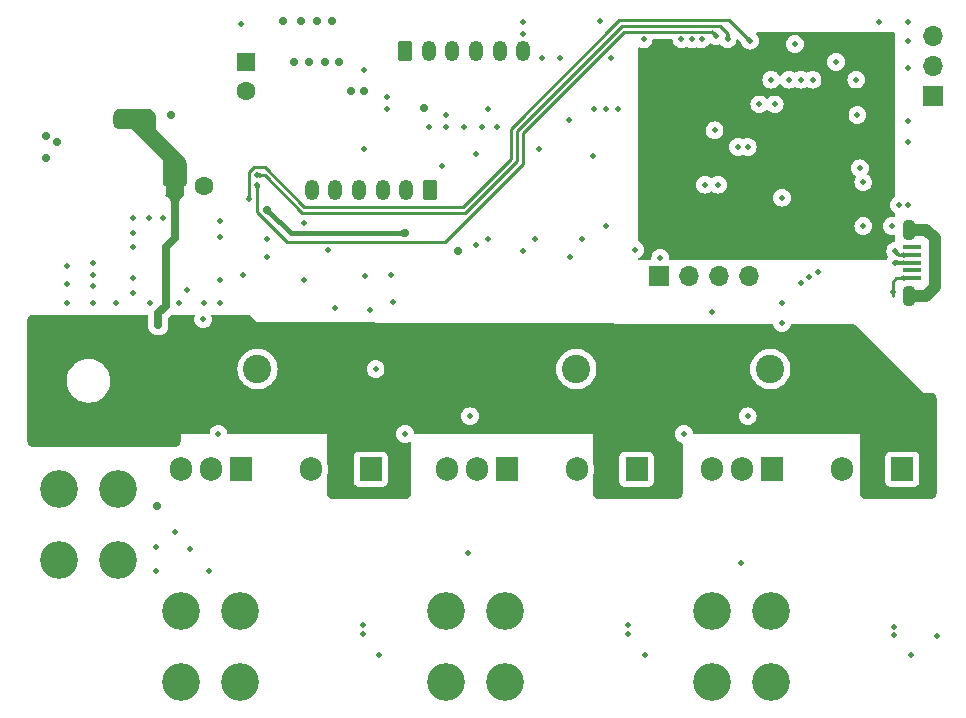
<source format=gbr>
%TF.GenerationSoftware,KiCad,Pcbnew,(6.99.0-2501-g45393f228a)*%
%TF.CreationDate,2022-08-09T23:28:24+12:00*%
%TF.ProjectId,bldc_hardware_riscv,626c6463-5f68-4617-9264-776172655f72,rev?*%
%TF.SameCoordinates,Original*%
%TF.FileFunction,Copper,L4,Bot*%
%TF.FilePolarity,Positive*%
%FSLAX46Y46*%
G04 Gerber Fmt 4.6, Leading zero omitted, Abs format (unit mm)*
G04 Created by KiCad (PCBNEW (6.99.0-2501-g45393f228a)) date 2022-08-09 23:28:24*
%MOMM*%
%LPD*%
G01*
G04 APERTURE LIST*
G04 Aperture macros list*
%AMRoundRect*
0 Rectangle with rounded corners*
0 $1 Rounding radius*
0 $2 $3 $4 $5 $6 $7 $8 $9 X,Y pos of 4 corners*
0 Add a 4 corners polygon primitive as box body*
4,1,4,$2,$3,$4,$5,$6,$7,$8,$9,$2,$3,0*
0 Add four circle primitives for the rounded corners*
1,1,$1+$1,$2,$3*
1,1,$1+$1,$4,$5*
1,1,$1+$1,$6,$7*
1,1,$1+$1,$8,$9*
0 Add four rect primitives between the rounded corners*
20,1,$1+$1,$2,$3,$4,$5,0*
20,1,$1+$1,$4,$5,$6,$7,0*
20,1,$1+$1,$6,$7,$8,$9,0*
20,1,$1+$1,$8,$9,$2,$3,0*%
G04 Aperture macros list end*
%TA.AperFunction,ComponentPad*%
%ADD10R,1.905000X2.000000*%
%TD*%
%TA.AperFunction,ComponentPad*%
%ADD11O,1.905000X2.000000*%
%TD*%
%TA.AperFunction,ComponentPad*%
%ADD12R,1.600000X1.600000*%
%TD*%
%TA.AperFunction,ComponentPad*%
%ADD13C,1.600000*%
%TD*%
%TA.AperFunction,ComponentPad*%
%ADD14RoundRect,0.250000X0.350000X0.625000X-0.350000X0.625000X-0.350000X-0.625000X0.350000X-0.625000X0*%
%TD*%
%TA.AperFunction,ComponentPad*%
%ADD15O,1.200000X1.750000*%
%TD*%
%TA.AperFunction,ComponentPad*%
%ADD16RoundRect,0.250000X-0.350000X-0.625000X0.350000X-0.625000X0.350000X0.625000X-0.350000X0.625000X0*%
%TD*%
%TA.AperFunction,ComponentPad*%
%ADD17R,2.400000X2.400000*%
%TD*%
%TA.AperFunction,ComponentPad*%
%ADD18C,2.400000*%
%TD*%
%TA.AperFunction,ComponentPad*%
%ADD19C,3.200000*%
%TD*%
%TA.AperFunction,SMDPad,CuDef*%
%ADD20R,1.500000X0.450000*%
%TD*%
%TA.AperFunction,ComponentPad*%
%ADD21O,1.100000X1.800000*%
%TD*%
%TA.AperFunction,ComponentPad*%
%ADD22O,1.100000X2.200000*%
%TD*%
%TA.AperFunction,ComponentPad*%
%ADD23R,1.700000X1.700000*%
%TD*%
%TA.AperFunction,ComponentPad*%
%ADD24O,1.700000X1.700000*%
%TD*%
%TA.AperFunction,ViaPad*%
%ADD25C,0.500000*%
%TD*%
%TA.AperFunction,ViaPad*%
%ADD26C,0.700000*%
%TD*%
%TA.AperFunction,Conductor*%
%ADD27C,0.250000*%
%TD*%
%TA.AperFunction,Conductor*%
%ADD28C,1.000000*%
%TD*%
%TA.AperFunction,Conductor*%
%ADD29C,0.400000*%
%TD*%
%TA.AperFunction,Conductor*%
%ADD30C,0.700000*%
%TD*%
G04 APERTURE END LIST*
D10*
%TO.P,Q2,1,G*%
%TO.N,Net-(D2-A)*%
X99599999Y-118999999D03*
D11*
%TO.P,Q2,2,D*%
%TO.N,/Driver/VS1*%
X97059999Y-118999999D03*
%TO.P,Q2,3,S*%
%TO.N,GND*%
X94519999Y-118999999D03*
%TD*%
D10*
%TO.P,Q5,1,G*%
%TO.N,Net-(D10-A)*%
X155599999Y-118999999D03*
D11*
%TO.P,Q5,2,D*%
%TO.N,/Driver/99V*%
X153059999Y-118999999D03*
%TO.P,Q5,3,S*%
%TO.N,/Driver/VS3*%
X150519999Y-118999999D03*
%TD*%
D10*
%TO.P,Q6,1,G*%
%TO.N,Net-(D11-A)*%
X144599999Y-118999999D03*
D11*
%TO.P,Q6,2,D*%
%TO.N,/Driver/VS3*%
X142059999Y-118999999D03*
%TO.P,Q6,3,S*%
%TO.N,GND*%
X139519999Y-118999999D03*
%TD*%
D10*
%TO.P,Q1,1,G*%
%TO.N,Net-(D1-A)*%
X110599999Y-118999999D03*
D11*
%TO.P,Q1,2,D*%
%TO.N,/Driver/99V*%
X108059999Y-118999999D03*
%TO.P,Q1,3,S*%
%TO.N,/Driver/VS1*%
X105519999Y-118999999D03*
%TD*%
D10*
%TO.P,Q4,1,G*%
%TO.N,Net-(D5-A)*%
X122099999Y-118999999D03*
D11*
%TO.P,Q4,2,D*%
%TO.N,/Driver/VS2*%
X119559999Y-118999999D03*
%TO.P,Q4,3,S*%
%TO.N,GND*%
X117019999Y-118999999D03*
%TD*%
D10*
%TO.P,Q3,1,G*%
%TO.N,Net-(D4-A)*%
X133099999Y-118999999D03*
D11*
%TO.P,Q3,2,D*%
%TO.N,/Driver/99V*%
X130559999Y-118999999D03*
%TO.P,Q3,3,S*%
%TO.N,/Driver/VS2*%
X128019999Y-118999999D03*
%TD*%
D12*
%TO.P,C17,1*%
%TO.N,/Driver/12V*%
X99999999Y-84499999D03*
D13*
%TO.P,C17,2*%
%TO.N,GND*%
X100000000Y-87000000D03*
%TD*%
D14*
%TO.P,J3,1,Pin_1*%
%TO.N,/ADC_EXT*%
X115600000Y-95350000D03*
D15*
%TO.P,J3,2,Pin_2*%
%TO.N,Net-(J3-Pin_2)*%
X113599999Y-95349999D03*
%TO.P,J3,3,Pin_3*%
%TO.N,Net-(J3-Pin_3)*%
X111599999Y-95349999D03*
%TO.P,J3,4,Pin_4*%
%TO.N,/CANH*%
X109599999Y-95349999D03*
%TO.P,J3,5,Pin_5*%
%TO.N,/CANL*%
X107599999Y-95349999D03*
%TO.P,J3,6,Pin_6*%
%TO.N,GND*%
X105599999Y-95349999D03*
%TD*%
D16*
%TO.P,J2,1,Pin_1*%
%TO.N,/HALL-VCC*%
X113500000Y-83550000D03*
D15*
%TO.P,J2,2,Pin_2*%
%TO.N,/MOTOR-TEMP*%
X115499999Y-83549999D03*
%TO.P,J2,3,Pin_3*%
%TO.N,/HALL1*%
X117499999Y-83549999D03*
%TO.P,J2,4,Pin_4*%
%TO.N,/HALL2*%
X119499999Y-83549999D03*
%TO.P,J2,5,Pin_5*%
%TO.N,/HALL3*%
X121499999Y-83549999D03*
%TO.P,J2,6,Pin_6*%
%TO.N,GND*%
X123499999Y-83549999D03*
%TD*%
D17*
%TO.P,C101,1*%
%TO.N,/Driver/99V*%
X105999999Y-110499999D03*
D18*
%TO.P,C101,2*%
%TO.N,GND*%
X101000000Y-110500000D03*
%TD*%
D17*
%TO.P,C102,1*%
%TO.N,/Driver/99V*%
X132999999Y-110499999D03*
D18*
%TO.P,C102,2*%
%TO.N,GND*%
X128000000Y-110500000D03*
%TD*%
D19*
%TO.P,X3,1*%
%TO.N,/Driver/PhaseA*%
X99500000Y-137000000D03*
X99500000Y-131000000D03*
X94500000Y-137000000D03*
X94500000Y-131000000D03*
%TD*%
%TO.P,X4,1*%
%TO.N,/Driver/PhaseB*%
X122000000Y-137000000D03*
X122000000Y-131000000D03*
X117000000Y-137000000D03*
X117000000Y-131000000D03*
%TD*%
D20*
%TO.P,J1,1,VBUS*%
%TO.N,unconnected-(J1-VBUS)*%
X156437499Y-100199999D03*
%TO.P,J1,2,D-*%
%TO.N,Net-(J1-D-)*%
X156437499Y-100849999D03*
%TO.P,J1,3,D+*%
%TO.N,Net-(J1-D+)*%
X156437499Y-101499999D03*
%TO.P,J1,4,ID*%
%TO.N,unconnected-(J1-ID)*%
X156437499Y-102149999D03*
%TO.P,J1,5,GND*%
%TO.N,GND*%
X156437499Y-102799999D03*
D21*
%TO.P,J1,6,Shield*%
%TO.N,unconnected-(J1-Shield)*%
X156187499Y-98699999D03*
D22*
X158337499Y-101499999D03*
D21*
X156187499Y-104299999D03*
%TD*%
D19*
%TO.P,X1,1*%
%TO.N,/Driver/99V*%
X89200000Y-114500000D03*
X89200000Y-108500000D03*
X84200000Y-114500000D03*
X84200000Y-108500000D03*
%TD*%
D12*
%TO.P,C5,1*%
%TO.N,/Driver/75V*%
X93999999Y-94999999D03*
D13*
%TO.P,C5,2*%
%TO.N,GND*%
X96500000Y-95000000D03*
%TD*%
D17*
%TO.P,C103,1*%
%TO.N,/Driver/99V*%
X149423958Y-110499999D03*
D18*
%TO.P,C103,2*%
%TO.N,GND*%
X144423959Y-110500000D03*
%TD*%
D23*
%TO.P,J4,1,Pin_1*%
%TO.N,GND*%
X134999999Y-102599999D03*
D24*
%TO.P,J4,2,Pin_2*%
%TO.N,/3.3V*%
X137539999Y-102599999D03*
%TO.P,J4,3,Pin_3*%
%TO.N,/SWCK*%
X140079999Y-102599999D03*
%TO.P,J4,4,Pin_4*%
%TO.N,/SWIO*%
X142619999Y-102599999D03*
%TD*%
D19*
%TO.P,X5,1*%
%TO.N,/Driver/PhaseC*%
X144500000Y-137000000D03*
X144500000Y-131000000D03*
X139500000Y-137000000D03*
X139500000Y-131000000D03*
%TD*%
D23*
%TO.P,J5,1,Pin_1*%
%TO.N,GND*%
X158199999Y-87399999D03*
D24*
%TO.P,J5,2,Pin_2*%
%TO.N,/DEBUG_TX*%
X158199999Y-84859999D03*
%TO.P,J5,3,Pin_3*%
%TO.N,/DEBUG_RX*%
X158199999Y-82319999D03*
%TD*%
D19*
%TO.P,X2,1*%
%TO.N,GND*%
X89200000Y-126700000D03*
X89200000Y-120700000D03*
X84200000Y-126700000D03*
X84200000Y-120700000D03*
%TD*%
D25*
%TO.N,/3.3V*%
X133500000Y-90100000D03*
%TO.N,Net-(D2-A)*%
X97700000Y-116000000D03*
%TO.N,Net-(D5-A)*%
X113500000Y-116000000D03*
%TO.N,/BOOT0*%
X145400000Y-96000000D03*
X130500000Y-98400000D03*
%TO.N,Net-(D11-A)*%
X137100000Y-116000000D03*
%TO.N,Net-(J1-D-)*%
X155000000Y-100500000D03*
%TO.N,/BLE_MODE*%
X142700000Y-82700000D03*
X100300000Y-96100000D03*
X87100000Y-103500000D03*
%TO.N,/BLE_TX*%
X87100000Y-101500000D03*
X140800000Y-82600000D03*
X101000000Y-94100000D03*
%TO.N,Net-(J1-D+)*%
X155000000Y-101500000D03*
%TO.N,/AIN_CS3*%
X158500000Y-133100000D03*
X146000000Y-86000000D03*
%TO.N,/AIN_CS2*%
X146500000Y-83000000D03*
X141900000Y-126900000D03*
%TO.N,/AIN_CS1*%
X147000000Y-86000000D03*
X118800000Y-126100000D03*
%TO.N,/AIN_VS1*%
X120500000Y-99500000D03*
X151702471Y-85996500D03*
%TO.N,/AIN_VS2*%
X124500000Y-99500000D03*
X150000000Y-84500000D03*
%TO.N,/AIN_VS3*%
X128500000Y-99500000D03*
X148000000Y-86000000D03*
%TO.N,/AIN_VIN*%
X110100000Y-102600000D03*
X144500000Y-86000000D03*
%TO.N,/ADC_EXT*%
X143500000Y-88100000D03*
X124800000Y-91900000D03*
%TO.N,/DEBUG_TX*%
X138600000Y-82600000D03*
%TO.N,/DEBUG_RX*%
X137800000Y-82600000D03*
%TO.N,GND*%
X91800000Y-97700000D03*
X96400000Y-106300000D03*
X152300000Y-98400000D03*
X126600000Y-84200000D03*
X107600000Y-105300000D03*
X96500000Y-104900000D03*
D26*
X106700000Y-84500000D03*
D25*
X84900000Y-101800000D03*
X132400000Y-132200000D03*
X115500000Y-90000000D03*
X123500000Y-100500000D03*
X90500000Y-100200000D03*
D26*
X104100000Y-84500000D03*
D25*
X97800000Y-103000000D03*
X92400000Y-125600000D03*
D26*
X103200000Y-81000000D03*
X107900000Y-84500000D03*
D25*
X129400000Y-92500000D03*
X132400000Y-132900000D03*
X156100000Y-81100000D03*
X91900000Y-104900000D03*
X136900000Y-82600000D03*
D26*
X107300000Y-81000000D03*
D25*
X151800000Y-89000000D03*
X90500000Y-104100000D03*
X93000000Y-97700000D03*
X89000000Y-104900000D03*
X133700000Y-82600000D03*
X156100000Y-91300000D03*
X101800000Y-99500000D03*
X154914500Y-133037763D03*
X120000000Y-90000000D03*
X127500000Y-101000000D03*
D26*
X83100000Y-90800000D03*
D25*
X112000000Y-88500000D03*
X121300000Y-90000000D03*
X123500000Y-82100000D03*
X119500000Y-100000000D03*
X97800000Y-104900000D03*
X156100000Y-85000000D03*
X148500000Y-102300000D03*
X117000000Y-89000000D03*
X154700000Y-98400000D03*
X139500000Y-105700000D03*
D26*
X110000000Y-87000000D03*
D25*
X156100000Y-89500000D03*
D26*
X104700000Y-81000000D03*
D25*
X94400000Y-104900000D03*
X84900000Y-104900000D03*
X110000000Y-85200000D03*
X152000000Y-93500000D03*
X156100000Y-82700000D03*
X92400000Y-127600000D03*
X97800000Y-99300000D03*
X154914500Y-132337763D03*
X155300000Y-96600000D03*
X125100000Y-84200000D03*
D26*
X105400000Y-84500000D03*
D25*
X94000000Y-124300000D03*
X90500000Y-102800000D03*
X130000000Y-81000000D03*
X87100000Y-104900000D03*
D26*
X108900000Y-87000000D03*
D25*
X112300000Y-102500000D03*
X109900000Y-132200000D03*
X130900000Y-84200000D03*
X109900000Y-132900000D03*
X97800000Y-98000000D03*
X112000000Y-87500000D03*
X156100000Y-96600000D03*
X107000000Y-100400000D03*
X117000000Y-90000000D03*
X152300000Y-94700000D03*
X96900000Y-127600000D03*
X153600000Y-81100000D03*
D26*
X84000000Y-91300000D03*
X93700000Y-89000000D03*
D25*
X154800000Y-104000000D03*
X112500000Y-104800000D03*
X90500000Y-99000000D03*
D26*
X106000000Y-81000000D03*
D25*
X135100000Y-101100000D03*
X90500000Y-97700000D03*
D26*
X83100000Y-92600000D03*
D25*
X123500000Y-81100000D03*
X118500000Y-90000000D03*
X84900000Y-103300000D03*
%TO.N,/3.3V*%
X95000000Y-103800000D03*
X133600000Y-84700000D03*
X99800000Y-102500000D03*
X127400000Y-89400000D03*
X101800000Y-101000000D03*
X150400000Y-99400000D03*
X152200000Y-96600000D03*
X152600000Y-87900000D03*
X110000000Y-91900000D03*
X147700000Y-83000000D03*
X136200000Y-83500000D03*
X134700000Y-98500000D03*
X149400000Y-100600000D03*
%TO.N,/AIN_V12V*%
X99600000Y-81300000D03*
X144800000Y-88100000D03*
%TO.N,/Driver/LO2*%
X110500000Y-105500000D03*
X119000000Y-114500000D03*
%TO.N,/Driver/LO3*%
X142500000Y-114500000D03*
X111000000Y-110500000D03*
D26*
%TO.N,/Driver/12V*%
X115100000Y-88400000D03*
X118000000Y-100500000D03*
X101800000Y-97000000D03*
X113500000Y-99000000D03*
X92500000Y-122100000D03*
D25*
%TO.N,/Driver/5V*%
X133800000Y-134700000D03*
X156300000Y-134700000D03*
X111300000Y-134700000D03*
X95300000Y-125700000D03*
%TO.N,/MOTOR-TEMP*%
X139700000Y-90300000D03*
X120500000Y-88500000D03*
%TO.N,/HALL1*%
X131500000Y-88500000D03*
%TO.N,/HALL2*%
X130500000Y-88500000D03*
%TO.N,/HALL3*%
X129500000Y-88500000D03*
%TO.N,/UART_T*%
X119500000Y-92300000D03*
X141700000Y-91700000D03*
%TO.N,/UART_R*%
X142500000Y-91700000D03*
X116600000Y-93300000D03*
%TO.N,/LED1*%
X147000000Y-103200000D03*
X145400000Y-104900000D03*
%TO.N,/LED2*%
X145400000Y-106600000D03*
X147700000Y-102700000D03*
%TO.N,/CAN-R*%
X138900000Y-94900000D03*
X104900000Y-103000000D03*
%TO.N,/CAN-T*%
X140000000Y-94900000D03*
X104900000Y-98100000D03*
%TO.N,/SWIO*%
X133000000Y-100400000D03*
%TO.N,/BLE_RX*%
X139800000Y-82300000D03*
X101000000Y-94900000D03*
X87100000Y-102500000D03*
D26*
%TO.N,/Driver/75V*%
X91400000Y-90000000D03*
X91400000Y-89000000D03*
D25*
X92600000Y-106800000D03*
X92600000Y-106200000D03*
D26*
X89400000Y-89000000D03*
X90400000Y-89000000D03*
%TD*%
D27*
%TO.N,Net-(J1-D-)*%
X156437500Y-100850000D02*
X155350000Y-100850000D01*
X155350000Y-100850000D02*
X155000000Y-100500000D01*
%TO.N,/BLE_MODE*%
X131649040Y-80950960D02*
X131749040Y-80950960D01*
X122450960Y-90149040D02*
X131649040Y-80950960D01*
X101606428Y-93400000D02*
X100700000Y-93400000D01*
X122450960Y-90149040D02*
X122450960Y-92706894D01*
X100700000Y-93400000D02*
X100300000Y-93800000D01*
X140950960Y-80950960D02*
X131749040Y-80950960D01*
X104957388Y-96750960D02*
X101606428Y-93400000D01*
X142700000Y-82700000D02*
X140950960Y-80950960D01*
X122450960Y-92706894D02*
X118406894Y-96750960D01*
X100300000Y-93800000D02*
X100300000Y-96100000D01*
X118406894Y-96750960D02*
X104957388Y-96750960D01*
%TO.N,/BLE_TX*%
X104750480Y-97250480D02*
X101600000Y-94100000D01*
X101600000Y-94100000D02*
X101000000Y-94100000D01*
X140800000Y-82100000D02*
X140150480Y-81450480D01*
X140800000Y-82600000D02*
X140800000Y-82100000D01*
X131849520Y-81450480D02*
X132049520Y-81450480D01*
X140150480Y-81450480D02*
X132049520Y-81450480D01*
X118613802Y-97250480D02*
X104750480Y-97250480D01*
X122950480Y-90349520D02*
X131849520Y-81450480D01*
X122950480Y-90349520D02*
X122950480Y-92913802D01*
X122950480Y-92913802D02*
X118613802Y-97250480D01*
%TO.N,Net-(J1-D+)*%
X155000000Y-101500000D02*
X156437500Y-101500000D01*
D28*
%TO.N,unconnected-(J1-Shield)*%
X156187500Y-98700000D02*
X157600000Y-98700000D01*
X158337500Y-101500000D02*
X158337500Y-103562500D01*
X158337500Y-103562500D02*
X157600000Y-104300000D01*
X157600000Y-104300000D02*
X156187500Y-104300000D01*
X157600000Y-98700000D02*
X158337500Y-99437500D01*
X158337500Y-99437500D02*
X158337500Y-101500000D01*
D27*
%TO.N,GND*%
X154800000Y-103100000D02*
X155100000Y-102800000D01*
X154800000Y-104300000D02*
X154800000Y-103100000D01*
X155100000Y-102800000D02*
X156437500Y-102800000D01*
D29*
%TO.N,/Driver/12V*%
X101800000Y-97000000D02*
X103800000Y-99000000D01*
X103800000Y-99000000D02*
X113500000Y-99000000D01*
D27*
%TO.N,/BLE_RX*%
X132050000Y-81950000D02*
X123449999Y-90550001D01*
X103499897Y-99724511D02*
X116846198Y-99724511D01*
X101000000Y-97224614D02*
X103499897Y-99724511D01*
X139800000Y-82300000D02*
X139450000Y-81950000D01*
X123450000Y-93120709D02*
X123449999Y-90649999D01*
X132050000Y-81950000D02*
X137850000Y-81950000D01*
X139450000Y-81950000D02*
X137850000Y-81950000D01*
X101000000Y-94900000D02*
X101000000Y-97224614D01*
X123449999Y-90550001D02*
X123449999Y-90649999D01*
X116846198Y-99724511D02*
X123450000Y-93120709D01*
D30*
%TO.N,/Driver/75V*%
X92600000Y-105800000D02*
X92600000Y-106800000D01*
X94000000Y-99400000D02*
X93260000Y-100140000D01*
X93260000Y-100140000D02*
X93260000Y-105140000D01*
X93260000Y-105140000D02*
X92600000Y-105800000D01*
X94000000Y-95000000D02*
X94000000Y-99400000D01*
%TD*%
%TA.AperFunction,Conductor*%
%TO.N,/3.3V*%
G36*
X154959191Y-82018907D02*
G01*
X154995155Y-82068407D01*
X155000000Y-82099000D01*
X155000000Y-95847430D01*
X154981093Y-95905621D01*
X154953672Y-95931255D01*
X154829110Y-96009523D01*
X154709523Y-96129110D01*
X154706565Y-96133818D01*
X154706564Y-96133819D01*
X154685050Y-96168059D01*
X154619544Y-96272310D01*
X154563687Y-96431941D01*
X154563064Y-96437470D01*
X154554219Y-96515970D01*
X154544751Y-96600000D01*
X154563687Y-96768059D01*
X154619544Y-96927690D01*
X154709523Y-97070890D01*
X154829110Y-97190477D01*
X154833818Y-97193435D01*
X154833819Y-97193436D01*
X154953671Y-97268744D01*
X154992883Y-97315713D01*
X155000000Y-97352570D01*
X155000000Y-97570328D01*
X154981093Y-97628519D01*
X154931593Y-97664483D01*
X154879381Y-97663900D01*
X154878728Y-97666761D01*
X154873309Y-97665524D01*
X154868059Y-97663687D01*
X154862532Y-97663064D01*
X154862531Y-97663064D01*
X154705529Y-97645374D01*
X154700000Y-97644751D01*
X154531941Y-97663687D01*
X154372310Y-97719544D01*
X154229110Y-97809523D01*
X154109523Y-97929110D01*
X154019544Y-98072310D01*
X153963687Y-98231941D01*
X153944751Y-98400000D01*
X153963687Y-98568059D01*
X154019544Y-98727690D01*
X154109523Y-98870890D01*
X154229110Y-98990477D01*
X154372310Y-99080456D01*
X154531941Y-99136313D01*
X154700000Y-99155249D01*
X154705529Y-99154626D01*
X154862531Y-99136936D01*
X154862532Y-99136936D01*
X154868059Y-99136313D01*
X154873309Y-99134476D01*
X154878728Y-99133239D01*
X154879353Y-99135977D01*
X154929483Y-99134858D01*
X154979773Y-99169707D01*
X155000000Y-99229672D01*
X155000000Y-99656280D01*
X154981093Y-99714471D01*
X154931593Y-99750435D01*
X154912094Y-99754656D01*
X154831941Y-99763687D01*
X154672310Y-99819544D01*
X154529110Y-99909523D01*
X154409523Y-100029110D01*
X154319544Y-100172310D01*
X154263687Y-100331941D01*
X154244751Y-100500000D01*
X154245374Y-100505529D01*
X154258856Y-100625179D01*
X154263687Y-100668059D01*
X154319544Y-100827690D01*
X154322499Y-100832393D01*
X154322503Y-100832401D01*
X154394718Y-100947328D01*
X154409669Y-101006659D01*
X154394718Y-101052672D01*
X154322503Y-101167599D01*
X154322499Y-101167607D01*
X154319544Y-101172310D01*
X154317708Y-101177558D01*
X154298064Y-101233697D01*
X154260998Y-101282378D01*
X154204619Y-101300000D01*
X142999301Y-101300000D01*
X142973678Y-101296627D01*
X142855408Y-101264937D01*
X142620000Y-101244341D01*
X142384592Y-101264937D01*
X142266322Y-101296627D01*
X142240699Y-101300000D01*
X140459301Y-101300000D01*
X140433678Y-101296627D01*
X140315408Y-101264937D01*
X140080000Y-101244341D01*
X139844592Y-101264937D01*
X139726322Y-101296627D01*
X139700699Y-101300000D01*
X136093558Y-101300000D01*
X136058962Y-101293758D01*
X135957483Y-101255909D01*
X135951330Y-101255247D01*
X135951328Y-101255247D01*
X135942784Y-101254329D01*
X135938052Y-101253820D01*
X135882216Y-101228801D01*
X135851749Y-101175740D01*
X135850257Y-101144302D01*
X135850808Y-101139417D01*
X135855249Y-101100000D01*
X135836313Y-100931941D01*
X135780456Y-100772310D01*
X135755378Y-100732398D01*
X135693436Y-100633819D01*
X135693435Y-100633818D01*
X135690477Y-100629110D01*
X135570890Y-100509523D01*
X135564534Y-100505529D01*
X135432398Y-100422502D01*
X135432396Y-100422501D01*
X135427690Y-100419544D01*
X135268059Y-100363687D01*
X135100000Y-100344751D01*
X134931941Y-100363687D01*
X134772310Y-100419544D01*
X134767604Y-100422501D01*
X134767602Y-100422502D01*
X134635466Y-100505529D01*
X134629110Y-100509523D01*
X134509523Y-100629110D01*
X134506565Y-100633818D01*
X134506564Y-100633819D01*
X134444623Y-100732398D01*
X134419544Y-100772310D01*
X134363687Y-100931941D01*
X134344751Y-101100000D01*
X134349193Y-101139419D01*
X134336919Y-101199359D01*
X134291757Y-101240638D01*
X134250815Y-101249501D01*
X134102128Y-101249501D01*
X134042517Y-101255909D01*
X133941038Y-101293758D01*
X133906442Y-101300000D01*
X133299000Y-101300000D01*
X133240809Y-101281093D01*
X133204845Y-101231593D01*
X133200000Y-101201000D01*
X133200000Y-101195381D01*
X133218907Y-101137190D01*
X133266303Y-101101936D01*
X133287637Y-101094471D01*
X133327690Y-101080456D01*
X133409407Y-101029110D01*
X133466181Y-100993436D01*
X133466182Y-100993435D01*
X133470890Y-100990477D01*
X133590477Y-100870890D01*
X133593436Y-100866181D01*
X133677498Y-100732398D01*
X133677499Y-100732396D01*
X133680456Y-100727690D01*
X133736313Y-100568059D01*
X133755249Y-100400000D01*
X133736313Y-100231941D01*
X133680456Y-100072310D01*
X133656271Y-100033819D01*
X133593436Y-99933819D01*
X133593435Y-99933818D01*
X133590477Y-99929110D01*
X133470890Y-99809523D01*
X133466181Y-99806564D01*
X133332398Y-99722502D01*
X133332396Y-99722501D01*
X133327690Y-99719544D01*
X133266303Y-99698064D01*
X133217622Y-99660998D01*
X133200000Y-99604619D01*
X133200000Y-98400000D01*
X151544751Y-98400000D01*
X151563687Y-98568059D01*
X151619544Y-98727690D01*
X151709523Y-98870890D01*
X151829110Y-98990477D01*
X151972310Y-99080456D01*
X152131941Y-99136313D01*
X152300000Y-99155249D01*
X152305529Y-99154626D01*
X152462530Y-99136936D01*
X152468059Y-99136313D01*
X152627690Y-99080456D01*
X152770890Y-98990477D01*
X152890477Y-98870890D01*
X152980456Y-98727690D01*
X153036313Y-98568059D01*
X153055249Y-98400000D01*
X153036313Y-98231941D01*
X152980456Y-98072310D01*
X152890477Y-97929110D01*
X152770890Y-97809523D01*
X152627690Y-97719544D01*
X152468059Y-97663687D01*
X152300000Y-97644751D01*
X152131941Y-97663687D01*
X151972310Y-97719544D01*
X151829110Y-97809523D01*
X151709523Y-97929110D01*
X151619544Y-98072310D01*
X151563687Y-98231941D01*
X151544751Y-98400000D01*
X133200000Y-98400000D01*
X133200000Y-96000000D01*
X144644751Y-96000000D01*
X144645374Y-96005529D01*
X144658856Y-96125179D01*
X144663687Y-96168059D01*
X144719544Y-96327690D01*
X144722501Y-96332396D01*
X144722502Y-96332398D01*
X144788524Y-96437470D01*
X144809523Y-96470890D01*
X144929110Y-96590477D01*
X144933818Y-96593435D01*
X144933819Y-96593436D01*
X144944266Y-96600000D01*
X145072310Y-96680456D01*
X145231941Y-96736313D01*
X145400000Y-96755249D01*
X145405529Y-96754626D01*
X145562530Y-96736936D01*
X145568059Y-96736313D01*
X145727690Y-96680456D01*
X145855735Y-96600000D01*
X145866181Y-96593436D01*
X145866182Y-96593435D01*
X145870890Y-96590477D01*
X145990477Y-96470890D01*
X146011476Y-96437470D01*
X146077498Y-96332398D01*
X146077499Y-96332396D01*
X146080456Y-96327690D01*
X146136313Y-96168059D01*
X146141145Y-96125179D01*
X146154626Y-96005529D01*
X146155249Y-96000000D01*
X146136313Y-95831941D01*
X146080456Y-95672310D01*
X146069345Y-95654626D01*
X145993436Y-95533819D01*
X145993435Y-95533818D01*
X145990477Y-95529110D01*
X145870890Y-95409523D01*
X145866181Y-95406564D01*
X145732398Y-95322502D01*
X145732396Y-95322501D01*
X145727690Y-95319544D01*
X145568059Y-95263687D01*
X145400000Y-95244751D01*
X145231941Y-95263687D01*
X145072310Y-95319544D01*
X145067604Y-95322501D01*
X145067602Y-95322502D01*
X144933819Y-95406564D01*
X144929110Y-95409523D01*
X144809523Y-95529110D01*
X144806565Y-95533818D01*
X144806564Y-95533819D01*
X144730656Y-95654626D01*
X144719544Y-95672310D01*
X144663687Y-95831941D01*
X144644751Y-96000000D01*
X133200000Y-96000000D01*
X133200000Y-94900000D01*
X138144751Y-94900000D01*
X138163687Y-95068059D01*
X138219544Y-95227690D01*
X138222501Y-95232396D01*
X138222502Y-95232398D01*
X138306564Y-95366181D01*
X138309523Y-95370890D01*
X138429110Y-95490477D01*
X138433818Y-95493435D01*
X138433819Y-95493436D01*
X138490594Y-95529110D01*
X138572310Y-95580456D01*
X138731941Y-95636313D01*
X138900000Y-95655249D01*
X138905529Y-95654626D01*
X139062530Y-95636936D01*
X139068059Y-95636313D01*
X139227690Y-95580456D01*
X139309407Y-95529110D01*
X139366181Y-95493436D01*
X139366182Y-95493435D01*
X139370890Y-95490477D01*
X139379996Y-95481371D01*
X139434513Y-95453594D01*
X139494945Y-95463165D01*
X139520004Y-95481371D01*
X139529110Y-95490477D01*
X139533818Y-95493435D01*
X139533819Y-95493436D01*
X139590594Y-95529110D01*
X139672310Y-95580456D01*
X139831941Y-95636313D01*
X140000000Y-95655249D01*
X140005529Y-95654626D01*
X140162530Y-95636936D01*
X140168059Y-95636313D01*
X140327690Y-95580456D01*
X140409407Y-95529110D01*
X140466181Y-95493436D01*
X140466182Y-95493435D01*
X140470890Y-95490477D01*
X140590477Y-95370890D01*
X140593436Y-95366181D01*
X140677498Y-95232398D01*
X140677499Y-95232396D01*
X140680456Y-95227690D01*
X140736313Y-95068059D01*
X140755249Y-94900000D01*
X140736313Y-94731941D01*
X140680456Y-94572310D01*
X140658565Y-94537470D01*
X140593436Y-94433819D01*
X140593435Y-94433818D01*
X140590477Y-94429110D01*
X140470890Y-94309523D01*
X140402159Y-94266336D01*
X140332398Y-94222502D01*
X140332396Y-94222501D01*
X140327690Y-94219544D01*
X140168059Y-94163687D01*
X140000000Y-94144751D01*
X139831941Y-94163687D01*
X139672310Y-94219544D01*
X139667604Y-94222501D01*
X139667602Y-94222502D01*
X139597841Y-94266336D01*
X139529110Y-94309523D01*
X139520004Y-94318629D01*
X139465487Y-94346406D01*
X139405055Y-94336835D01*
X139379996Y-94318629D01*
X139370890Y-94309523D01*
X139302159Y-94266336D01*
X139232398Y-94222502D01*
X139232396Y-94222501D01*
X139227690Y-94219544D01*
X139068059Y-94163687D01*
X138900000Y-94144751D01*
X138731941Y-94163687D01*
X138572310Y-94219544D01*
X138567604Y-94222501D01*
X138567602Y-94222502D01*
X138497841Y-94266336D01*
X138429110Y-94309523D01*
X138309523Y-94429110D01*
X138306565Y-94433818D01*
X138306564Y-94433819D01*
X138241436Y-94537470D01*
X138219544Y-94572310D01*
X138163687Y-94731941D01*
X138144751Y-94900000D01*
X133200000Y-94900000D01*
X133200000Y-93500000D01*
X151244751Y-93500000D01*
X151263687Y-93668059D01*
X151319544Y-93827690D01*
X151409523Y-93970890D01*
X151529110Y-94090477D01*
X151533818Y-94093435D01*
X151533819Y-94093436D01*
X151637081Y-94158320D01*
X151676293Y-94205289D01*
X151680409Y-94266336D01*
X151668236Y-94294817D01*
X151622502Y-94367602D01*
X151619544Y-94372310D01*
X151563687Y-94531941D01*
X151544751Y-94700000D01*
X151563687Y-94868059D01*
X151619544Y-95027690D01*
X151622501Y-95032396D01*
X151622502Y-95032398D01*
X151648208Y-95073308D01*
X151709523Y-95170890D01*
X151829110Y-95290477D01*
X151833818Y-95293435D01*
X151833819Y-95293436D01*
X151957086Y-95370890D01*
X151972310Y-95380456D01*
X152131941Y-95436313D01*
X152300000Y-95455249D01*
X152305529Y-95454626D01*
X152462530Y-95436936D01*
X152468059Y-95436313D01*
X152627690Y-95380456D01*
X152642915Y-95370890D01*
X152766181Y-95293436D01*
X152766182Y-95293435D01*
X152770890Y-95290477D01*
X152890477Y-95170890D01*
X152951792Y-95073308D01*
X152977498Y-95032398D01*
X152977499Y-95032396D01*
X152980456Y-95027690D01*
X153036313Y-94868059D01*
X153055249Y-94700000D01*
X153036313Y-94531941D01*
X152980456Y-94372310D01*
X152964180Y-94346406D01*
X152893436Y-94233819D01*
X152893435Y-94233818D01*
X152890477Y-94229110D01*
X152770890Y-94109523D01*
X152662919Y-94041680D01*
X152623707Y-93994711D01*
X152619591Y-93933664D01*
X152631764Y-93905183D01*
X152677498Y-93832398D01*
X152677499Y-93832396D01*
X152680456Y-93827690D01*
X152736313Y-93668059D01*
X152755249Y-93500000D01*
X152736313Y-93331941D01*
X152680456Y-93172310D01*
X152590477Y-93029110D01*
X152470890Y-92909523D01*
X152327690Y-92819544D01*
X152168059Y-92763687D01*
X152000000Y-92744751D01*
X151831941Y-92763687D01*
X151672310Y-92819544D01*
X151529110Y-92909523D01*
X151409523Y-93029110D01*
X151319544Y-93172310D01*
X151263687Y-93331941D01*
X151244751Y-93500000D01*
X133200000Y-93500000D01*
X133200000Y-91700000D01*
X140944751Y-91700000D01*
X140963687Y-91868059D01*
X141019544Y-92027690D01*
X141109523Y-92170890D01*
X141229110Y-92290477D01*
X141233818Y-92293435D01*
X141233819Y-92293436D01*
X141367601Y-92377497D01*
X141372310Y-92380456D01*
X141531941Y-92436313D01*
X141700000Y-92455249D01*
X141705529Y-92454626D01*
X141862530Y-92436936D01*
X141868059Y-92436313D01*
X142027690Y-92380456D01*
X142047327Y-92368117D01*
X142106657Y-92353165D01*
X142152673Y-92368117D01*
X142172310Y-92380456D01*
X142331941Y-92436313D01*
X142500000Y-92455249D01*
X142505529Y-92454626D01*
X142662530Y-92436936D01*
X142668059Y-92436313D01*
X142827690Y-92380456D01*
X142832400Y-92377497D01*
X142966181Y-92293436D01*
X142966182Y-92293435D01*
X142970890Y-92290477D01*
X143090477Y-92170890D01*
X143180456Y-92027690D01*
X143236313Y-91868059D01*
X143255249Y-91700000D01*
X143236313Y-91531941D01*
X143180456Y-91372310D01*
X143090477Y-91229110D01*
X142970890Y-91109523D01*
X142884514Y-91055249D01*
X142832398Y-91022502D01*
X142832396Y-91022501D01*
X142827690Y-91019544D01*
X142668059Y-90963687D01*
X142500000Y-90944751D01*
X142331941Y-90963687D01*
X142172310Y-91019544D01*
X142167600Y-91022503D01*
X142167601Y-91022503D01*
X142152673Y-91031883D01*
X142093343Y-91046835D01*
X142047327Y-91031883D01*
X142032399Y-91022503D01*
X142032400Y-91022503D01*
X142027690Y-91019544D01*
X141868059Y-90963687D01*
X141700000Y-90944751D01*
X141531941Y-90963687D01*
X141372310Y-91019544D01*
X141367604Y-91022501D01*
X141367602Y-91022502D01*
X141315486Y-91055249D01*
X141229110Y-91109523D01*
X141109523Y-91229110D01*
X141019544Y-91372310D01*
X140963687Y-91531941D01*
X140944751Y-91700000D01*
X133200000Y-91700000D01*
X133200000Y-90300000D01*
X138944751Y-90300000D01*
X138963687Y-90468059D01*
X139019544Y-90627690D01*
X139109523Y-90770890D01*
X139229110Y-90890477D01*
X139233818Y-90893435D01*
X139233819Y-90893436D01*
X139316478Y-90945374D01*
X139372310Y-90980456D01*
X139531941Y-91036313D01*
X139700000Y-91055249D01*
X139705529Y-91054626D01*
X139862530Y-91036936D01*
X139868059Y-91036313D01*
X140027690Y-90980456D01*
X140083523Y-90945374D01*
X140166181Y-90893436D01*
X140166182Y-90893435D01*
X140170890Y-90890477D01*
X140290477Y-90770890D01*
X140380456Y-90627690D01*
X140436313Y-90468059D01*
X140455249Y-90300000D01*
X140436313Y-90131941D01*
X140380456Y-89972310D01*
X140290477Y-89829110D01*
X140170890Y-89709523D01*
X140166181Y-89706564D01*
X140032398Y-89622502D01*
X140032396Y-89622501D01*
X140027690Y-89619544D01*
X139868059Y-89563687D01*
X139700000Y-89544751D01*
X139531941Y-89563687D01*
X139372310Y-89619544D01*
X139367604Y-89622501D01*
X139367602Y-89622502D01*
X139233819Y-89706564D01*
X139229110Y-89709523D01*
X139109523Y-89829110D01*
X139019544Y-89972310D01*
X138963687Y-90131941D01*
X138944751Y-90300000D01*
X133200000Y-90300000D01*
X133200000Y-89000000D01*
X151044751Y-89000000D01*
X151063687Y-89168059D01*
X151119544Y-89327690D01*
X151209523Y-89470890D01*
X151329110Y-89590477D01*
X151333818Y-89593435D01*
X151333819Y-89593436D01*
X151375370Y-89619544D01*
X151472310Y-89680456D01*
X151631941Y-89736313D01*
X151800000Y-89755249D01*
X151805529Y-89754626D01*
X151962530Y-89736936D01*
X151968059Y-89736313D01*
X152127690Y-89680456D01*
X152224631Y-89619544D01*
X152266181Y-89593436D01*
X152266182Y-89593435D01*
X152270890Y-89590477D01*
X152390477Y-89470890D01*
X152480456Y-89327690D01*
X152536313Y-89168059D01*
X152555249Y-89000000D01*
X152536313Y-88831941D01*
X152480456Y-88672310D01*
X152413771Y-88566181D01*
X152393436Y-88533819D01*
X152393435Y-88533818D01*
X152390477Y-88529110D01*
X152270890Y-88409523D01*
X152127690Y-88319544D01*
X151968059Y-88263687D01*
X151800000Y-88244751D01*
X151631941Y-88263687D01*
X151472310Y-88319544D01*
X151329110Y-88409523D01*
X151209523Y-88529110D01*
X151206565Y-88533818D01*
X151206564Y-88533819D01*
X151186230Y-88566181D01*
X151119544Y-88672310D01*
X151063687Y-88831941D01*
X151044751Y-89000000D01*
X133200000Y-89000000D01*
X133200000Y-88100000D01*
X142744751Y-88100000D01*
X142763687Y-88268059D01*
X142819544Y-88427690D01*
X142822501Y-88432396D01*
X142822502Y-88432398D01*
X142898655Y-88553594D01*
X142909523Y-88570890D01*
X143029110Y-88690477D01*
X143172310Y-88780456D01*
X143331941Y-88836313D01*
X143500000Y-88855249D01*
X143505529Y-88854626D01*
X143662530Y-88836936D01*
X143668059Y-88836313D01*
X143827690Y-88780456D01*
X143970890Y-88690477D01*
X144079996Y-88581371D01*
X144134513Y-88553594D01*
X144194945Y-88563165D01*
X144220004Y-88581371D01*
X144329110Y-88690477D01*
X144472310Y-88780456D01*
X144631941Y-88836313D01*
X144800000Y-88855249D01*
X144805529Y-88854626D01*
X144962530Y-88836936D01*
X144968059Y-88836313D01*
X145127690Y-88780456D01*
X145270890Y-88690477D01*
X145390477Y-88570890D01*
X145401345Y-88553594D01*
X145477498Y-88432398D01*
X145477499Y-88432396D01*
X145480456Y-88427690D01*
X145536313Y-88268059D01*
X145555249Y-88100000D01*
X145536313Y-87931941D01*
X145480456Y-87772310D01*
X145390477Y-87629110D01*
X145270890Y-87509523D01*
X145127690Y-87419544D01*
X144968059Y-87363687D01*
X144800000Y-87344751D01*
X144631941Y-87363687D01*
X144472310Y-87419544D01*
X144329110Y-87509523D01*
X144220004Y-87618629D01*
X144165487Y-87646406D01*
X144105055Y-87636835D01*
X144079996Y-87618629D01*
X143970890Y-87509523D01*
X143827690Y-87419544D01*
X143668059Y-87363687D01*
X143500000Y-87344751D01*
X143331941Y-87363687D01*
X143172310Y-87419544D01*
X143029110Y-87509523D01*
X142909523Y-87629110D01*
X142819544Y-87772310D01*
X142763687Y-87931941D01*
X142744751Y-88100000D01*
X133200000Y-88100000D01*
X133200000Y-86000000D01*
X143744751Y-86000000D01*
X143763687Y-86168059D01*
X143819544Y-86327690D01*
X143822501Y-86332396D01*
X143822502Y-86332398D01*
X143904365Y-86462681D01*
X143909523Y-86470890D01*
X144029110Y-86590477D01*
X144033818Y-86593435D01*
X144033819Y-86593436D01*
X144167601Y-86677497D01*
X144172310Y-86680456D01*
X144331941Y-86736313D01*
X144500000Y-86755249D01*
X144505529Y-86754626D01*
X144662530Y-86736936D01*
X144668059Y-86736313D01*
X144827690Y-86680456D01*
X144832400Y-86677497D01*
X144966181Y-86593436D01*
X144966182Y-86593435D01*
X144970890Y-86590477D01*
X145090477Y-86470890D01*
X145105760Y-86446568D01*
X145166175Y-86350419D01*
X145213143Y-86311207D01*
X145274190Y-86307092D01*
X145325997Y-86339645D01*
X145333825Y-86350419D01*
X145394240Y-86446568D01*
X145409523Y-86470890D01*
X145529110Y-86590477D01*
X145533818Y-86593435D01*
X145533819Y-86593436D01*
X145667601Y-86677497D01*
X145672310Y-86680456D01*
X145831941Y-86736313D01*
X146000000Y-86755249D01*
X146005529Y-86754626D01*
X146162530Y-86736936D01*
X146168059Y-86736313D01*
X146327690Y-86680456D01*
X146332393Y-86677501D01*
X146332401Y-86677497D01*
X146447328Y-86605282D01*
X146506659Y-86590331D01*
X146552672Y-86605282D01*
X146667599Y-86677497D01*
X146667607Y-86677501D01*
X146672310Y-86680456D01*
X146831941Y-86736313D01*
X147000000Y-86755249D01*
X147005529Y-86754626D01*
X147162530Y-86736936D01*
X147168059Y-86736313D01*
X147327690Y-86680456D01*
X147332393Y-86677501D01*
X147332401Y-86677497D01*
X147447328Y-86605282D01*
X147506659Y-86590331D01*
X147552672Y-86605282D01*
X147667599Y-86677497D01*
X147667607Y-86677501D01*
X147672310Y-86680456D01*
X147831941Y-86736313D01*
X148000000Y-86755249D01*
X148005529Y-86754626D01*
X148162530Y-86736936D01*
X148168059Y-86736313D01*
X148327690Y-86680456D01*
X148332400Y-86677497D01*
X148466181Y-86593436D01*
X148466182Y-86593435D01*
X148470890Y-86590477D01*
X148590477Y-86470890D01*
X148595635Y-86462681D01*
X148677498Y-86332398D01*
X148677499Y-86332396D01*
X148680456Y-86327690D01*
X148736313Y-86168059D01*
X148755249Y-86000000D01*
X148754855Y-85996500D01*
X150947222Y-85996500D01*
X150966158Y-86164559D01*
X151022015Y-86324190D01*
X151111994Y-86467390D01*
X151231581Y-86586977D01*
X151374781Y-86676956D01*
X151534412Y-86732813D01*
X151702471Y-86751749D01*
X151708000Y-86751126D01*
X151865001Y-86733436D01*
X151870530Y-86732813D01*
X152030161Y-86676956D01*
X152173361Y-86586977D01*
X152292948Y-86467390D01*
X152382927Y-86324190D01*
X152438784Y-86164559D01*
X152457720Y-85996500D01*
X152438784Y-85828441D01*
X152382927Y-85668810D01*
X152377615Y-85660355D01*
X152295907Y-85530319D01*
X152295906Y-85530318D01*
X152292948Y-85525610D01*
X152173361Y-85406023D01*
X152168652Y-85403064D01*
X152034869Y-85319002D01*
X152034867Y-85319001D01*
X152030161Y-85316044D01*
X151870530Y-85260187D01*
X151702471Y-85241251D01*
X151534412Y-85260187D01*
X151374781Y-85316044D01*
X151370075Y-85319001D01*
X151370073Y-85319002D01*
X151236290Y-85403064D01*
X151231581Y-85406023D01*
X151111994Y-85525610D01*
X151109036Y-85530318D01*
X151109035Y-85530319D01*
X151027328Y-85660355D01*
X151022015Y-85668810D01*
X150966158Y-85828441D01*
X150947222Y-85996500D01*
X148754855Y-85996500D01*
X148736313Y-85831941D01*
X148680456Y-85672310D01*
X148666175Y-85649581D01*
X148593436Y-85533819D01*
X148593435Y-85533818D01*
X148590477Y-85529110D01*
X148470890Y-85409523D01*
X148447328Y-85394718D01*
X148332398Y-85322502D01*
X148332396Y-85322501D01*
X148327690Y-85319544D01*
X148168059Y-85263687D01*
X148000000Y-85244751D01*
X147831941Y-85263687D01*
X147672310Y-85319544D01*
X147667607Y-85322499D01*
X147667599Y-85322503D01*
X147552672Y-85394718D01*
X147493341Y-85409669D01*
X147447328Y-85394718D01*
X147332401Y-85322503D01*
X147332393Y-85322499D01*
X147327690Y-85319544D01*
X147168059Y-85263687D01*
X147000000Y-85244751D01*
X146831941Y-85263687D01*
X146672310Y-85319544D01*
X146667607Y-85322499D01*
X146667599Y-85322503D01*
X146552672Y-85394718D01*
X146493341Y-85409669D01*
X146447328Y-85394718D01*
X146332401Y-85322503D01*
X146332393Y-85322499D01*
X146327690Y-85319544D01*
X146168059Y-85263687D01*
X146000000Y-85244751D01*
X145831941Y-85263687D01*
X145672310Y-85319544D01*
X145667604Y-85322501D01*
X145667602Y-85322502D01*
X145552672Y-85394718D01*
X145529110Y-85409523D01*
X145409523Y-85529110D01*
X145406563Y-85533821D01*
X145333825Y-85649581D01*
X145286857Y-85688793D01*
X145225810Y-85692908D01*
X145174003Y-85660355D01*
X145166175Y-85649581D01*
X145093437Y-85533821D01*
X145090477Y-85529110D01*
X144970890Y-85409523D01*
X144947328Y-85394718D01*
X144832398Y-85322502D01*
X144832396Y-85322501D01*
X144827690Y-85319544D01*
X144668059Y-85263687D01*
X144500000Y-85244751D01*
X144331941Y-85263687D01*
X144172310Y-85319544D01*
X144167604Y-85322501D01*
X144167602Y-85322502D01*
X144052672Y-85394718D01*
X144029110Y-85409523D01*
X143909523Y-85529110D01*
X143906565Y-85533818D01*
X143906564Y-85533819D01*
X143833826Y-85649581D01*
X143819544Y-85672310D01*
X143763687Y-85831941D01*
X143744751Y-86000000D01*
X133200000Y-86000000D01*
X133200000Y-84500000D01*
X149244751Y-84500000D01*
X149263687Y-84668059D01*
X149319544Y-84827690D01*
X149409523Y-84970890D01*
X149529110Y-85090477D01*
X149672310Y-85180456D01*
X149831941Y-85236313D01*
X150000000Y-85255249D01*
X150005529Y-85254626D01*
X150162530Y-85236936D01*
X150168059Y-85236313D01*
X150327690Y-85180456D01*
X150470890Y-85090477D01*
X150590477Y-84970890D01*
X150680456Y-84827690D01*
X150736313Y-84668059D01*
X150755249Y-84500000D01*
X150736313Y-84331941D01*
X150680456Y-84172310D01*
X150590477Y-84029110D01*
X150470890Y-83909523D01*
X150327690Y-83819544D01*
X150168059Y-83763687D01*
X150000000Y-83744751D01*
X149831941Y-83763687D01*
X149672310Y-83819544D01*
X149529110Y-83909523D01*
X149409523Y-84029110D01*
X149319544Y-84172310D01*
X149263687Y-84331941D01*
X149244751Y-84500000D01*
X133200000Y-84500000D01*
X133200000Y-83351314D01*
X133218907Y-83293123D01*
X133268407Y-83257159D01*
X133329593Y-83257159D01*
X133351670Y-83267488D01*
X133367597Y-83277495D01*
X133367600Y-83277496D01*
X133372310Y-83280456D01*
X133531941Y-83336313D01*
X133700000Y-83355249D01*
X133705529Y-83354626D01*
X133734924Y-83351314D01*
X133868059Y-83336313D01*
X134027690Y-83280456D01*
X134032400Y-83277497D01*
X134166181Y-83193436D01*
X134166182Y-83193435D01*
X134170890Y-83190477D01*
X134290477Y-83070890D01*
X134300305Y-83055249D01*
X134377498Y-82932398D01*
X134377499Y-82932396D01*
X134380456Y-82927690D01*
X134436313Y-82768059D01*
X134446510Y-82677558D01*
X134448104Y-82663415D01*
X134473408Y-82607707D01*
X134526623Y-82577512D01*
X134546481Y-82575500D01*
X136053519Y-82575500D01*
X136111710Y-82594407D01*
X136147674Y-82643907D01*
X136151896Y-82663415D01*
X136153490Y-82677558D01*
X136163687Y-82768059D01*
X136219544Y-82927690D01*
X136222501Y-82932396D01*
X136222502Y-82932398D01*
X136299695Y-83055249D01*
X136309523Y-83070890D01*
X136429110Y-83190477D01*
X136433818Y-83193435D01*
X136433819Y-83193436D01*
X136567601Y-83277497D01*
X136572310Y-83280456D01*
X136731941Y-83336313D01*
X136900000Y-83355249D01*
X136905529Y-83354626D01*
X136934924Y-83351314D01*
X137068059Y-83336313D01*
X137227690Y-83280456D01*
X137232398Y-83277498D01*
X137297329Y-83236699D01*
X137356660Y-83221749D01*
X137402671Y-83236699D01*
X137467602Y-83277498D01*
X137472310Y-83280456D01*
X137631941Y-83336313D01*
X137800000Y-83355249D01*
X137805529Y-83354626D01*
X137834924Y-83351314D01*
X137968059Y-83336313D01*
X138127690Y-83280456D01*
X138147327Y-83268117D01*
X138206657Y-83253165D01*
X138252673Y-83268117D01*
X138272310Y-83280456D01*
X138431941Y-83336313D01*
X138600000Y-83355249D01*
X138605529Y-83354626D01*
X138634924Y-83351314D01*
X138768059Y-83336313D01*
X138927690Y-83280456D01*
X138932400Y-83277497D01*
X139066181Y-83193436D01*
X139066182Y-83193435D01*
X139070890Y-83190477D01*
X139190477Y-83070890D01*
X139200697Y-83054626D01*
X139258320Y-82962919D01*
X139305289Y-82923707D01*
X139366336Y-82919591D01*
X139394817Y-82931764D01*
X139444400Y-82962919D01*
X139472310Y-82980456D01*
X139631941Y-83036313D01*
X139800000Y-83055249D01*
X139805529Y-83054626D01*
X139962530Y-83036936D01*
X139968059Y-83036313D01*
X139973309Y-83034476D01*
X139973313Y-83034475D01*
X140073672Y-82999358D01*
X140134842Y-82997985D01*
X140185137Y-83032829D01*
X140190195Y-83040130D01*
X140209523Y-83070890D01*
X140329110Y-83190477D01*
X140333818Y-83193435D01*
X140333819Y-83193436D01*
X140467601Y-83277497D01*
X140472310Y-83280456D01*
X140631941Y-83336313D01*
X140800000Y-83355249D01*
X140805529Y-83354626D01*
X140834924Y-83351314D01*
X140968059Y-83336313D01*
X141127690Y-83280456D01*
X141132400Y-83277497D01*
X141266181Y-83193436D01*
X141266182Y-83193435D01*
X141270890Y-83190477D01*
X141390477Y-83070890D01*
X141400305Y-83055249D01*
X141477498Y-82932398D01*
X141477499Y-82932396D01*
X141480456Y-82927690D01*
X141536313Y-82768059D01*
X141548450Y-82660341D01*
X141573753Y-82604634D01*
X141626969Y-82574438D01*
X141687769Y-82581289D01*
X141716831Y-82601422D01*
X141938497Y-82823088D01*
X141963405Y-82868158D01*
X141963687Y-82868059D01*
X142019544Y-83027690D01*
X142022501Y-83032396D01*
X142022502Y-83032398D01*
X142104270Y-83162530D01*
X142109523Y-83170890D01*
X142229110Y-83290477D01*
X142233818Y-83293435D01*
X142233819Y-83293436D01*
X142332194Y-83355249D01*
X142372310Y-83380456D01*
X142531941Y-83436313D01*
X142700000Y-83455249D01*
X142705529Y-83454626D01*
X142862530Y-83436936D01*
X142868059Y-83436313D01*
X143027690Y-83380456D01*
X143067807Y-83355249D01*
X143166181Y-83293436D01*
X143166182Y-83293435D01*
X143170890Y-83290477D01*
X143290477Y-83170890D01*
X143295730Y-83162530D01*
X143377498Y-83032398D01*
X143377499Y-83032396D01*
X143380456Y-83027690D01*
X143390145Y-83000000D01*
X145744751Y-83000000D01*
X145763687Y-83168059D01*
X145819544Y-83327690D01*
X145822501Y-83332396D01*
X145822502Y-83332398D01*
X145899695Y-83455249D01*
X145909523Y-83470890D01*
X146029110Y-83590477D01*
X146172310Y-83680456D01*
X146331941Y-83736313D01*
X146500000Y-83755249D01*
X146505529Y-83754626D01*
X146662530Y-83736936D01*
X146668059Y-83736313D01*
X146827690Y-83680456D01*
X146970890Y-83590477D01*
X147090477Y-83470890D01*
X147100305Y-83455249D01*
X147177498Y-83332398D01*
X147177499Y-83332396D01*
X147180456Y-83327690D01*
X147236313Y-83168059D01*
X147255249Y-83000000D01*
X147236313Y-82831941D01*
X147180456Y-82672310D01*
X147172936Y-82660341D01*
X147093436Y-82533819D01*
X147093435Y-82533818D01*
X147090477Y-82529110D01*
X146970890Y-82409523D01*
X146966181Y-82406564D01*
X146832398Y-82322502D01*
X146832396Y-82322501D01*
X146827690Y-82319544D01*
X146668059Y-82263687D01*
X146500000Y-82244751D01*
X146331941Y-82263687D01*
X146172310Y-82319544D01*
X146167604Y-82322501D01*
X146167602Y-82322502D01*
X146033819Y-82406564D01*
X146029110Y-82409523D01*
X145909523Y-82529110D01*
X145906565Y-82533818D01*
X145906564Y-82533819D01*
X145827065Y-82660341D01*
X145819544Y-82672310D01*
X145763687Y-82831941D01*
X145744751Y-83000000D01*
X143390145Y-83000000D01*
X143436313Y-82868059D01*
X143455249Y-82700000D01*
X143436313Y-82531941D01*
X143380456Y-82372310D01*
X143349160Y-82322502D01*
X143293436Y-82233819D01*
X143293435Y-82233818D01*
X143290477Y-82229110D01*
X143230371Y-82169004D01*
X143202594Y-82114487D01*
X143212165Y-82054055D01*
X143255430Y-82010790D01*
X143300375Y-82000000D01*
X154901000Y-82000000D01*
X154959191Y-82018907D01*
G37*
%TD.AperFunction*%
%TD*%
%TA.AperFunction,Conductor*%
%TO.N,/Driver/75V*%
G36*
X91799327Y-88500847D02*
G01*
X91909380Y-88515336D01*
X91934343Y-88522025D01*
X92030852Y-88562000D01*
X92053234Y-88574922D01*
X92141294Y-88642493D01*
X92151031Y-88651031D01*
X92248969Y-88748969D01*
X92257507Y-88758706D01*
X92325078Y-88846766D01*
X92338000Y-88869148D01*
X92377975Y-88965657D01*
X92384664Y-88990620D01*
X92399153Y-89100673D01*
X92400000Y-89113595D01*
X92400000Y-90200000D01*
X92539840Y-90345218D01*
X92542033Y-90347495D01*
X94855771Y-92750224D01*
X94863938Y-92759869D01*
X94928539Y-92846856D01*
X94940878Y-92868862D01*
X94979012Y-92963442D01*
X94985387Y-92987848D01*
X94999193Y-93095320D01*
X95000000Y-93107934D01*
X95000000Y-94819536D01*
X94998098Y-94838850D01*
X94990847Y-94875304D01*
X94976066Y-94910989D01*
X94960941Y-94933626D01*
X94933627Y-94960940D01*
X94910989Y-94976066D01*
X94875305Y-94990846D01*
X94850808Y-94995719D01*
X94838850Y-94998098D01*
X94819536Y-95000000D01*
X93180464Y-95000000D01*
X93161150Y-94998098D01*
X93149192Y-94995719D01*
X93124695Y-94990846D01*
X93089011Y-94976066D01*
X93066373Y-94960940D01*
X93039059Y-94933626D01*
X93023934Y-94910989D01*
X93009153Y-94875304D01*
X93001902Y-94838850D01*
X93000000Y-94819536D01*
X93000000Y-92800000D01*
X90400000Y-90200000D01*
X89306488Y-90200000D01*
X89293566Y-90199153D01*
X89183513Y-90184664D01*
X89158549Y-90177975D01*
X89062043Y-90138001D01*
X89039661Y-90125079D01*
X88956787Y-90061487D01*
X88938513Y-90043213D01*
X88874921Y-89960339D01*
X88861999Y-89937957D01*
X88822025Y-89841451D01*
X88815336Y-89816487D01*
X88800847Y-89706434D01*
X88800000Y-89693512D01*
X88800000Y-89006488D01*
X88800847Y-88993566D01*
X88815336Y-88883513D01*
X88822025Y-88858549D01*
X88861999Y-88762043D01*
X88874921Y-88739661D01*
X88938513Y-88656787D01*
X88956787Y-88638513D01*
X89039661Y-88574921D01*
X89062043Y-88561999D01*
X89158549Y-88522025D01*
X89183513Y-88515336D01*
X89293566Y-88500847D01*
X89306488Y-88500000D01*
X91786405Y-88500000D01*
X91799327Y-88500847D01*
G37*
%TD.AperFunction*%
%TD*%
%TA.AperFunction,Conductor*%
%TO.N,/Driver/99V*%
G36*
X91708691Y-105918907D02*
G01*
X91744655Y-105968407D01*
X91749500Y-105999000D01*
X91749500Y-106846113D01*
X91749789Y-106848767D01*
X91749789Y-106848774D01*
X91763789Y-106977498D01*
X91764486Y-106983910D01*
X91823556Y-107159221D01*
X91918930Y-107317736D01*
X91981757Y-107384061D01*
X92042457Y-107448142D01*
X92042460Y-107448145D01*
X92046151Y-107452041D01*
X92050595Y-107455054D01*
X92050596Y-107455055D01*
X92194824Y-107552844D01*
X92194827Y-107552846D01*
X92199270Y-107555858D01*
X92204253Y-107557843D01*
X92204256Y-107557845D01*
X92366140Y-107622345D01*
X92371125Y-107624331D01*
X92462404Y-107639296D01*
X92548386Y-107653392D01*
X92548390Y-107653392D01*
X92553683Y-107654260D01*
X92738407Y-107644245D01*
X92807005Y-107625199D01*
X92911492Y-107596189D01*
X92911495Y-107596188D01*
X92916659Y-107594754D01*
X93080104Y-107508100D01*
X93221100Y-107388337D01*
X93246727Y-107354626D01*
X93329805Y-107245338D01*
X93333054Y-107241064D01*
X93355090Y-107193436D01*
X93408479Y-107078037D01*
X93408479Y-107078036D01*
X93410732Y-107073167D01*
X93450500Y-106892497D01*
X93450500Y-106193296D01*
X93469407Y-106135105D01*
X93479496Y-106123293D01*
X93673792Y-105928997D01*
X93728308Y-105901219D01*
X93743795Y-105900000D01*
X95605319Y-105900000D01*
X95663510Y-105918907D01*
X95699474Y-105968407D01*
X95698763Y-106031698D01*
X95678196Y-106090477D01*
X95663687Y-106131941D01*
X95644751Y-106300000D01*
X95663687Y-106468059D01*
X95719544Y-106627690D01*
X95809523Y-106770890D01*
X95929110Y-106890477D01*
X95933818Y-106893435D01*
X95933819Y-106893436D01*
X95995827Y-106932398D01*
X96072310Y-106980456D01*
X96231941Y-107036313D01*
X96400000Y-107055249D01*
X96405529Y-107054626D01*
X96562530Y-107036936D01*
X96568059Y-107036313D01*
X96727690Y-106980456D01*
X96804174Y-106932398D01*
X96866181Y-106893436D01*
X96866182Y-106893435D01*
X96870890Y-106890477D01*
X96990477Y-106770890D01*
X97080456Y-106627690D01*
X97136313Y-106468059D01*
X97155249Y-106300000D01*
X97136313Y-106131941D01*
X97121805Y-106090477D01*
X97101237Y-106031698D01*
X97099864Y-105970528D01*
X97134708Y-105920233D01*
X97194681Y-105900000D01*
X100086405Y-105900000D01*
X100099326Y-105900847D01*
X100112453Y-105902575D01*
X100209380Y-105915336D01*
X100234343Y-105922025D01*
X100330852Y-105962000D01*
X100353234Y-105974922D01*
X100441294Y-106042493D01*
X100451031Y-106051031D01*
X100900000Y-106500000D01*
X100999140Y-106500000D01*
X100999825Y-106500001D01*
X101000000Y-106500001D01*
X101000988Y-106500004D01*
X101000988Y-106500018D01*
X101001076Y-106500004D01*
X141315451Y-106659350D01*
X144564804Y-106672193D01*
X144622920Y-106691330D01*
X144658688Y-106740972D01*
X144662790Y-106760106D01*
X144663063Y-106762530D01*
X144663065Y-106762539D01*
X144663687Y-106768059D01*
X144719544Y-106927690D01*
X144722501Y-106932396D01*
X144722502Y-106932398D01*
X144799695Y-107055249D01*
X144809523Y-107070890D01*
X144929110Y-107190477D01*
X145072310Y-107280456D01*
X145231941Y-107336313D01*
X145400000Y-107355249D01*
X145405529Y-107354626D01*
X145562530Y-107336936D01*
X145568059Y-107336313D01*
X145727690Y-107280456D01*
X145870890Y-107190477D01*
X145990477Y-107070890D01*
X146000305Y-107055249D01*
X146077498Y-106932398D01*
X146077499Y-106932396D01*
X146080456Y-106927690D01*
X146136313Y-106768059D01*
X146136935Y-106762538D01*
X146138173Y-106757114D01*
X146140575Y-106757662D01*
X146161769Y-106711001D01*
X146214985Y-106680806D01*
X146235228Y-106678796D01*
X151387613Y-106699161D01*
X151400453Y-106700049D01*
X151509915Y-106714826D01*
X151534729Y-106721544D01*
X151630679Y-106761508D01*
X151652928Y-106774392D01*
X151740504Y-106841679D01*
X151750188Y-106850176D01*
X152542890Y-107642810D01*
X157400000Y-112499505D01*
X157993499Y-112499505D01*
X158006422Y-112500352D01*
X158116479Y-112514842D01*
X158141442Y-112521531D01*
X158237952Y-112561507D01*
X158260334Y-112574430D01*
X158343205Y-112638021D01*
X158361480Y-112656296D01*
X158425070Y-112739171D01*
X158437992Y-112761553D01*
X158477967Y-112858066D01*
X158484655Y-112883029D01*
X158499142Y-112993079D01*
X158499989Y-113006000D01*
X158499981Y-113349973D01*
X158499808Y-120993065D01*
X158498961Y-121005986D01*
X158484471Y-121116037D01*
X158477782Y-121140997D01*
X158437812Y-121237498D01*
X158424891Y-121259879D01*
X158361305Y-121342748D01*
X158343032Y-121361022D01*
X158260165Y-121424613D01*
X158237787Y-121437534D01*
X158141286Y-121477511D01*
X158116326Y-121484201D01*
X158006279Y-121498696D01*
X157993359Y-121499544D01*
X155250578Y-121499753D01*
X152506520Y-121499962D01*
X152493613Y-121499117D01*
X152420814Y-121489537D01*
X152383543Y-121484633D01*
X152358579Y-121477945D01*
X152262066Y-121437975D01*
X152239683Y-121425054D01*
X152156801Y-121361463D01*
X152138525Y-121343189D01*
X152074928Y-121260312D01*
X152062006Y-121237930D01*
X152022028Y-121141420D01*
X152015338Y-121116456D01*
X152000847Y-121006395D01*
X152000000Y-120993472D01*
X152000000Y-117952127D01*
X154147000Y-117952127D01*
X154147001Y-120047872D01*
X154153409Y-120107483D01*
X154203704Y-120242331D01*
X154289954Y-120357546D01*
X154405169Y-120443796D01*
X154540017Y-120494091D01*
X154546170Y-120494753D01*
X154546172Y-120494753D01*
X154563966Y-120496666D01*
X154599627Y-120500500D01*
X155599811Y-120500500D01*
X156600372Y-120500499D01*
X156659983Y-120494091D01*
X156794831Y-120443796D01*
X156910046Y-120357546D01*
X156996296Y-120242331D01*
X157046591Y-120107483D01*
X157047254Y-120101322D01*
X157052717Y-120050501D01*
X157053000Y-120047873D01*
X157052999Y-117952128D01*
X157046591Y-117892517D01*
X156996296Y-117757669D01*
X156910046Y-117642454D01*
X156794831Y-117556204D01*
X156659983Y-117505909D01*
X156653830Y-117505247D01*
X156653828Y-117505247D01*
X156636034Y-117503334D01*
X156600373Y-117499500D01*
X155600190Y-117499500D01*
X154599628Y-117499501D01*
X154540017Y-117505909D01*
X154405169Y-117556204D01*
X154289954Y-117642454D01*
X154203704Y-117757669D01*
X154153409Y-117892517D01*
X154152747Y-117898670D01*
X154152747Y-117898672D01*
X154150834Y-117916466D01*
X154147000Y-117952127D01*
X152000000Y-117952127D01*
X152000000Y-116000000D01*
X137943663Y-115999536D01*
X137885476Y-115980628D01*
X137849513Y-115931127D01*
X137845292Y-115911622D01*
X137836937Y-115837470D01*
X137836935Y-115837461D01*
X137836313Y-115831941D01*
X137834478Y-115826695D01*
X137782292Y-115677558D01*
X137780456Y-115672310D01*
X137690477Y-115529110D01*
X137570890Y-115409523D01*
X137427690Y-115319544D01*
X137268059Y-115263687D01*
X137100000Y-115244751D01*
X136931941Y-115263687D01*
X136772310Y-115319544D01*
X136629110Y-115409523D01*
X136509523Y-115529110D01*
X136419544Y-115672310D01*
X136363687Y-115831941D01*
X136344751Y-116000000D01*
X136363687Y-116168059D01*
X136419544Y-116327690D01*
X136509523Y-116470890D01*
X136629110Y-116590477D01*
X136633818Y-116593435D01*
X136633819Y-116593436D01*
X136764122Y-116675311D01*
X136772310Y-116680456D01*
X136878262Y-116717530D01*
X136931941Y-116736313D01*
X136931174Y-116738505D01*
X136975561Y-116765031D01*
X136999602Y-116821296D01*
X137000000Y-116830159D01*
X137000000Y-120993050D01*
X136999153Y-121005972D01*
X136984665Y-121116020D01*
X136977977Y-121140982D01*
X136938005Y-121237487D01*
X136925084Y-121259868D01*
X136861499Y-121342739D01*
X136843226Y-121361013D01*
X136842635Y-121361467D01*
X136760357Y-121424606D01*
X136737979Y-121437527D01*
X136641475Y-121477505D01*
X136616515Y-121484195D01*
X136506467Y-121498690D01*
X136493545Y-121499538D01*
X131516271Y-121499862D01*
X129906517Y-121499967D01*
X129893608Y-121499122D01*
X129822592Y-121489777D01*
X129783538Y-121484637D01*
X129758575Y-121477949D01*
X129662061Y-121437978D01*
X129639680Y-121425059D01*
X129556800Y-121361467D01*
X129538525Y-121343193D01*
X129474928Y-121260317D01*
X129462005Y-121237934D01*
X129422027Y-121141424D01*
X129415337Y-121116460D01*
X129400847Y-121006402D01*
X129400000Y-120993479D01*
X129400000Y-119529231D01*
X129403029Y-119504928D01*
X129457091Y-119291441D01*
X129457091Y-119291440D01*
X129458095Y-119287476D01*
X129473000Y-119107600D01*
X129473000Y-118892400D01*
X129458095Y-118712524D01*
X129403029Y-118495072D01*
X129400000Y-118470769D01*
X129400000Y-117952127D01*
X131647000Y-117952127D01*
X131647001Y-120047872D01*
X131653409Y-120107483D01*
X131703704Y-120242331D01*
X131789954Y-120357546D01*
X131905169Y-120443796D01*
X132040017Y-120494091D01*
X132046170Y-120494753D01*
X132046172Y-120494753D01*
X132063966Y-120496666D01*
X132099627Y-120500500D01*
X133099811Y-120500500D01*
X134100372Y-120500499D01*
X134159983Y-120494091D01*
X134294831Y-120443796D01*
X134410046Y-120357546D01*
X134496296Y-120242331D01*
X134546591Y-120107483D01*
X134547254Y-120101322D01*
X134552717Y-120050501D01*
X134553000Y-120047873D01*
X134552999Y-117952128D01*
X134546591Y-117892517D01*
X134496296Y-117757669D01*
X134410046Y-117642454D01*
X134294831Y-117556204D01*
X134159983Y-117505909D01*
X134153830Y-117505247D01*
X134153828Y-117505247D01*
X134136034Y-117503334D01*
X134100373Y-117499500D01*
X133100190Y-117499500D01*
X132099628Y-117499501D01*
X132040017Y-117505909D01*
X131905169Y-117556204D01*
X131789954Y-117642454D01*
X131703704Y-117757669D01*
X131653409Y-117892517D01*
X131652747Y-117898670D01*
X131652747Y-117898672D01*
X131650834Y-117916466D01*
X131647000Y-117952127D01*
X129400000Y-117952127D01*
X129400000Y-116000000D01*
X121761495Y-115999754D01*
X115801729Y-115999563D01*
X114503264Y-115999521D01*
X114500021Y-115999521D01*
X114292728Y-115999514D01*
X114263004Y-115975443D01*
X114247656Y-115932610D01*
X114236936Y-115837470D01*
X114236313Y-115831941D01*
X114180456Y-115672310D01*
X114090477Y-115529110D01*
X113970890Y-115409523D01*
X113827690Y-115319544D01*
X113668059Y-115263687D01*
X113500000Y-115244751D01*
X113331941Y-115263687D01*
X113172310Y-115319544D01*
X113029110Y-115409523D01*
X112909523Y-115529110D01*
X112819544Y-115672310D01*
X112763687Y-115831941D01*
X112744751Y-116000000D01*
X112763687Y-116168059D01*
X112819544Y-116327690D01*
X112909523Y-116470890D01*
X113029110Y-116590477D01*
X113033818Y-116593435D01*
X113033819Y-116593436D01*
X113164122Y-116675311D01*
X113172310Y-116680456D01*
X113331941Y-116736313D01*
X113500000Y-116755249D01*
X113505529Y-116754626D01*
X113662530Y-116736936D01*
X113668059Y-116736313D01*
X113827690Y-116680456D01*
X113835879Y-116675311D01*
X113848338Y-116667482D01*
X113907669Y-116652532D01*
X113964456Y-116675311D01*
X113997008Y-116727118D01*
X114000009Y-116751307D01*
X114000060Y-120993048D01*
X113999213Y-121005968D01*
X113999156Y-121006402D01*
X113984727Y-121116017D01*
X113978039Y-121140980D01*
X113938069Y-121237484D01*
X113925150Y-121259863D01*
X113861562Y-121342739D01*
X113861561Y-121342740D01*
X113843288Y-121361014D01*
X113760421Y-121424606D01*
X113738042Y-121437528D01*
X113641538Y-121477507D01*
X113616576Y-121484197D01*
X113506529Y-121498692D01*
X113493608Y-121499540D01*
X109734476Y-121499802D01*
X107406517Y-121499965D01*
X107393609Y-121499119D01*
X107283540Y-121484636D01*
X107258579Y-121477950D01*
X107162061Y-121437976D01*
X107139682Y-121425057D01*
X107056797Y-121361463D01*
X107038523Y-121343189D01*
X106974929Y-121260316D01*
X106962005Y-121237934D01*
X106922025Y-121141418D01*
X106915337Y-121116456D01*
X106915280Y-121116017D01*
X106900847Y-121006395D01*
X106900000Y-120993475D01*
X106900000Y-119529231D01*
X106903029Y-119504928D01*
X106957091Y-119291441D01*
X106957091Y-119291440D01*
X106958095Y-119287476D01*
X106973000Y-119107600D01*
X106973000Y-118892400D01*
X106958095Y-118712524D01*
X106903029Y-118495072D01*
X106900000Y-118470769D01*
X106900000Y-117952127D01*
X109147000Y-117952127D01*
X109147001Y-120047872D01*
X109153409Y-120107483D01*
X109203704Y-120242331D01*
X109289954Y-120357546D01*
X109405169Y-120443796D01*
X109540017Y-120494091D01*
X109546170Y-120494753D01*
X109546172Y-120494753D01*
X109563966Y-120496666D01*
X109599627Y-120500500D01*
X110599811Y-120500500D01*
X111600372Y-120500499D01*
X111659983Y-120494091D01*
X111794831Y-120443796D01*
X111910046Y-120357546D01*
X111996296Y-120242331D01*
X112046591Y-120107483D01*
X112047254Y-120101322D01*
X112052717Y-120050501D01*
X112053000Y-120047873D01*
X112052999Y-117952128D01*
X112046591Y-117892517D01*
X111996296Y-117757669D01*
X111910046Y-117642454D01*
X111794831Y-117556204D01*
X111659983Y-117505909D01*
X111653830Y-117505247D01*
X111653828Y-117505247D01*
X111636034Y-117503334D01*
X111600373Y-117499500D01*
X110600190Y-117499500D01*
X109599628Y-117499501D01*
X109540017Y-117505909D01*
X109405169Y-117556204D01*
X109289954Y-117642454D01*
X109203704Y-117757669D01*
X109153409Y-117892517D01*
X109152747Y-117898670D01*
X109152747Y-117898672D01*
X109150834Y-117916466D01*
X109147000Y-117952127D01*
X106900000Y-117952127D01*
X106900000Y-116000000D01*
X106400020Y-115999980D01*
X100384670Y-115999740D01*
X98543677Y-115999666D01*
X98485489Y-115980757D01*
X98449527Y-115931256D01*
X98445306Y-115911752D01*
X98436936Y-115837470D01*
X98436313Y-115831941D01*
X98380456Y-115672310D01*
X98290477Y-115529110D01*
X98170890Y-115409523D01*
X98027690Y-115319544D01*
X97868059Y-115263687D01*
X97700000Y-115244751D01*
X97531941Y-115263687D01*
X97372310Y-115319544D01*
X97229110Y-115409523D01*
X97109523Y-115529110D01*
X97019544Y-115672310D01*
X96963687Y-115831941D01*
X96963065Y-115837465D01*
X96963063Y-115837472D01*
X96954701Y-115911684D01*
X96929398Y-115967391D01*
X96876182Y-115997587D01*
X96856320Y-115999599D01*
X95003333Y-115999525D01*
X95003331Y-115999525D01*
X94500004Y-115999505D01*
X94500072Y-116499592D01*
X94500072Y-116502832D01*
X94500085Y-116593047D01*
X94499240Y-116605971D01*
X94484764Y-116716036D01*
X94478078Y-116740999D01*
X94438111Y-116837520D01*
X94425193Y-116859900D01*
X94361608Y-116942783D01*
X94343335Y-116961060D01*
X94260461Y-117024663D01*
X94238081Y-117037587D01*
X94141570Y-117077571D01*
X94116607Y-117084262D01*
X94006550Y-117098759D01*
X93993627Y-117099607D01*
X87228894Y-117100007D01*
X82025302Y-117100315D01*
X82012406Y-117099471D01*
X81902453Y-117085019D01*
X81877520Y-117078347D01*
X81813518Y-117051872D01*
X81781095Y-117038460D01*
X81758731Y-117025567D01*
X81747457Y-117016930D01*
X81675896Y-116962107D01*
X81657629Y-116943874D01*
X81594013Y-116861147D01*
X81581082Y-116838811D01*
X81580544Y-116837515D01*
X81541021Y-116742456D01*
X81534303Y-116717530D01*
X81519652Y-116607620D01*
X81518784Y-116594713D01*
X81518706Y-116550486D01*
X81518618Y-116499984D01*
X81515105Y-114500000D01*
X118244751Y-114500000D01*
X118263687Y-114668059D01*
X118319544Y-114827690D01*
X118409523Y-114970890D01*
X118529110Y-115090477D01*
X118672310Y-115180456D01*
X118831941Y-115236313D01*
X119000000Y-115255249D01*
X119005529Y-115254626D01*
X119162530Y-115236936D01*
X119168059Y-115236313D01*
X119327690Y-115180456D01*
X119470890Y-115090477D01*
X119590477Y-114970890D01*
X119680456Y-114827690D01*
X119736313Y-114668059D01*
X119755249Y-114500000D01*
X141744751Y-114500000D01*
X141763687Y-114668059D01*
X141819544Y-114827690D01*
X141909523Y-114970890D01*
X142029110Y-115090477D01*
X142172310Y-115180456D01*
X142331941Y-115236313D01*
X142500000Y-115255249D01*
X142505529Y-115254626D01*
X142662530Y-115236936D01*
X142668059Y-115236313D01*
X142827690Y-115180456D01*
X142970890Y-115090477D01*
X143090477Y-114970890D01*
X143180456Y-114827690D01*
X143236313Y-114668059D01*
X143255249Y-114500000D01*
X143236313Y-114331941D01*
X143180456Y-114172310D01*
X143090477Y-114029110D01*
X142970890Y-113909523D01*
X142827690Y-113819544D01*
X142668059Y-113763687D01*
X142500000Y-113744751D01*
X142331941Y-113763687D01*
X142172310Y-113819544D01*
X142029110Y-113909523D01*
X141909523Y-114029110D01*
X141819544Y-114172310D01*
X141763687Y-114331941D01*
X141744751Y-114500000D01*
X119755249Y-114500000D01*
X119736313Y-114331941D01*
X119680456Y-114172310D01*
X119590477Y-114029110D01*
X119470890Y-113909523D01*
X119327690Y-113819544D01*
X119168059Y-113763687D01*
X119000000Y-113744751D01*
X118831941Y-113763687D01*
X118672310Y-113819544D01*
X118529110Y-113909523D01*
X118409523Y-114029110D01*
X118319544Y-114172310D01*
X118263687Y-114331941D01*
X118244751Y-114500000D01*
X81515105Y-114500000D01*
X81509955Y-111567765D01*
X84845788Y-111567765D01*
X84875414Y-111837018D01*
X84876328Y-111840513D01*
X84940450Y-112085783D01*
X84943928Y-112099088D01*
X84945344Y-112102420D01*
X84945345Y-112102423D01*
X84999089Y-112228892D01*
X85049870Y-112348390D01*
X85190982Y-112579610D01*
X85364255Y-112787820D01*
X85366949Y-112790234D01*
X85366953Y-112790238D01*
X85442654Y-112858066D01*
X85565998Y-112968582D01*
X85791910Y-113118044D01*
X85920328Y-113178244D01*
X86033901Y-113231485D01*
X86033904Y-113231486D01*
X86037176Y-113233020D01*
X86296569Y-113311060D01*
X86430565Y-113330780D01*
X86560979Y-113349973D01*
X86560981Y-113349973D01*
X86564561Y-113350500D01*
X86767631Y-113350500D01*
X86970156Y-113335677D01*
X86973673Y-113334894D01*
X86973677Y-113334893D01*
X87231030Y-113277565D01*
X87231033Y-113277564D01*
X87234553Y-113276780D01*
X87487558Y-113180014D01*
X87723777Y-113047441D01*
X87938177Y-112881888D01*
X87940689Y-112879283D01*
X88123675Y-112689486D01*
X88123678Y-112689482D01*
X88126186Y-112686881D01*
X88283799Y-112466579D01*
X88407656Y-112225675D01*
X88492011Y-111978413D01*
X88493949Y-111972733D01*
X88493951Y-111972727D01*
X88495118Y-111969305D01*
X88544319Y-111702933D01*
X88554212Y-111432235D01*
X88524586Y-111162982D01*
X88456072Y-110900912D01*
X88402279Y-110774325D01*
X88351547Y-110654944D01*
X88351546Y-110654942D01*
X88350130Y-110651610D01*
X88257603Y-110500000D01*
X99294732Y-110500000D01*
X99313778Y-110754157D01*
X99370492Y-111002637D01*
X99426087Y-111144290D01*
X99439121Y-111177498D01*
X99463607Y-111239888D01*
X99465455Y-111243089D01*
X99465457Y-111243093D01*
X99576745Y-111435851D01*
X99591041Y-111460612D01*
X99749950Y-111659877D01*
X99936783Y-111833232D01*
X100147366Y-111976805D01*
X100376996Y-112087389D01*
X100380531Y-112088479D01*
X100380530Y-112088479D01*
X100617001Y-112161421D01*
X100617004Y-112161422D01*
X100620542Y-112162513D01*
X100624211Y-112163066D01*
X100868900Y-112199948D01*
X100868906Y-112199948D01*
X100872565Y-112200500D01*
X101127435Y-112200500D01*
X101131094Y-112199948D01*
X101131100Y-112199948D01*
X101375789Y-112163066D01*
X101379458Y-112162513D01*
X101382996Y-112161422D01*
X101382999Y-112161421D01*
X101619470Y-112088479D01*
X101619469Y-112088479D01*
X101623004Y-112087389D01*
X101852634Y-111976805D01*
X102063217Y-111833232D01*
X102250050Y-111659877D01*
X102408959Y-111460612D01*
X102423255Y-111435851D01*
X102534543Y-111243093D01*
X102534545Y-111243089D01*
X102536393Y-111239888D01*
X102560880Y-111177498D01*
X102573913Y-111144290D01*
X102629508Y-111002637D01*
X102686222Y-110754157D01*
X102705268Y-110500000D01*
X110244751Y-110500000D01*
X110263687Y-110668059D01*
X110319544Y-110827690D01*
X110322501Y-110832396D01*
X110322502Y-110832398D01*
X110367754Y-110904415D01*
X110409523Y-110970890D01*
X110529110Y-111090477D01*
X110672310Y-111180456D01*
X110831941Y-111236313D01*
X110837470Y-111236936D01*
X110892114Y-111243093D01*
X111000000Y-111255249D01*
X111005529Y-111254626D01*
X111162530Y-111236936D01*
X111168059Y-111236313D01*
X111327690Y-111180456D01*
X111470890Y-111090477D01*
X111590477Y-110970890D01*
X111632246Y-110904415D01*
X111677498Y-110832398D01*
X111677499Y-110832396D01*
X111680456Y-110827690D01*
X111736313Y-110668059D01*
X111755249Y-110500000D01*
X126294732Y-110500000D01*
X126313778Y-110754157D01*
X126370492Y-111002637D01*
X126426087Y-111144290D01*
X126439121Y-111177498D01*
X126463607Y-111239888D01*
X126465455Y-111243089D01*
X126465457Y-111243093D01*
X126576745Y-111435851D01*
X126591041Y-111460612D01*
X126749950Y-111659877D01*
X126936783Y-111833232D01*
X127147366Y-111976805D01*
X127376996Y-112087389D01*
X127380531Y-112088479D01*
X127380530Y-112088479D01*
X127617001Y-112161421D01*
X127617004Y-112161422D01*
X127620542Y-112162513D01*
X127624211Y-112163066D01*
X127868900Y-112199948D01*
X127868906Y-112199948D01*
X127872565Y-112200500D01*
X128127435Y-112200500D01*
X128131094Y-112199948D01*
X128131100Y-112199948D01*
X128375789Y-112163066D01*
X128379458Y-112162513D01*
X128382996Y-112161422D01*
X128382999Y-112161421D01*
X128619470Y-112088479D01*
X128619469Y-112088479D01*
X128623004Y-112087389D01*
X128852634Y-111976805D01*
X129063217Y-111833232D01*
X129250050Y-111659877D01*
X129408959Y-111460612D01*
X129423255Y-111435851D01*
X129534543Y-111243093D01*
X129534545Y-111243089D01*
X129536393Y-111239888D01*
X129560880Y-111177498D01*
X129573913Y-111144290D01*
X129629508Y-111002637D01*
X129686222Y-110754157D01*
X129705268Y-110500000D01*
X142718691Y-110500000D01*
X142737737Y-110754157D01*
X142794451Y-111002637D01*
X142850046Y-111144290D01*
X142863080Y-111177498D01*
X142887566Y-111239888D01*
X142889414Y-111243089D01*
X142889416Y-111243093D01*
X143000704Y-111435851D01*
X143015000Y-111460612D01*
X143173909Y-111659877D01*
X143360742Y-111833232D01*
X143571325Y-111976805D01*
X143800955Y-112087389D01*
X143804490Y-112088479D01*
X143804489Y-112088479D01*
X144040960Y-112161421D01*
X144040963Y-112161422D01*
X144044501Y-112162513D01*
X144048170Y-112163066D01*
X144292859Y-112199948D01*
X144292865Y-112199948D01*
X144296524Y-112200500D01*
X144551394Y-112200500D01*
X144555053Y-112199948D01*
X144555059Y-112199948D01*
X144799748Y-112163066D01*
X144803417Y-112162513D01*
X144806955Y-112161422D01*
X144806958Y-112161421D01*
X145043429Y-112088479D01*
X145043428Y-112088479D01*
X145046963Y-112087389D01*
X145276593Y-111976805D01*
X145487176Y-111833232D01*
X145674009Y-111659877D01*
X145832918Y-111460612D01*
X145847214Y-111435851D01*
X145958502Y-111243093D01*
X145958504Y-111243089D01*
X145960352Y-111239888D01*
X145984839Y-111177498D01*
X145997872Y-111144290D01*
X146053467Y-111002637D01*
X146110181Y-110754157D01*
X146129227Y-110500000D01*
X146110181Y-110245843D01*
X146053467Y-109997363D01*
X145997872Y-109855710D01*
X145961706Y-109763561D01*
X145961704Y-109763557D01*
X145960352Y-109760112D01*
X145951484Y-109744751D01*
X145834768Y-109542592D01*
X145834767Y-109542590D01*
X145832918Y-109539388D01*
X145674009Y-109340123D01*
X145487176Y-109166768D01*
X145276593Y-109023195D01*
X145046963Y-108912611D01*
X144979177Y-108891702D01*
X144806958Y-108838579D01*
X144806955Y-108838578D01*
X144803417Y-108837487D01*
X144787465Y-108835083D01*
X144555059Y-108800052D01*
X144555053Y-108800052D01*
X144551394Y-108799500D01*
X144296524Y-108799500D01*
X144292865Y-108800052D01*
X144292859Y-108800052D01*
X144060453Y-108835083D01*
X144044501Y-108837487D01*
X144040963Y-108838578D01*
X144040960Y-108838579D01*
X143868741Y-108891702D01*
X143800955Y-108912611D01*
X143571325Y-109023195D01*
X143360742Y-109166768D01*
X143173909Y-109340123D01*
X143015000Y-109539388D01*
X143013151Y-109542590D01*
X143013150Y-109542592D01*
X142896435Y-109744751D01*
X142887566Y-109760112D01*
X142886214Y-109763557D01*
X142886212Y-109763561D01*
X142850046Y-109855710D01*
X142794451Y-109997363D01*
X142737737Y-110245843D01*
X142718691Y-110500000D01*
X129705268Y-110500000D01*
X129686222Y-110245843D01*
X129629508Y-109997363D01*
X129573913Y-109855710D01*
X129537747Y-109763561D01*
X129537745Y-109763557D01*
X129536393Y-109760112D01*
X129527525Y-109744751D01*
X129410809Y-109542592D01*
X129410808Y-109542590D01*
X129408959Y-109539388D01*
X129250050Y-109340123D01*
X129063217Y-109166768D01*
X128852634Y-109023195D01*
X128623004Y-108912611D01*
X128555218Y-108891702D01*
X128382999Y-108838579D01*
X128382996Y-108838578D01*
X128379458Y-108837487D01*
X128363506Y-108835083D01*
X128131100Y-108800052D01*
X128131094Y-108800052D01*
X128127435Y-108799500D01*
X127872565Y-108799500D01*
X127868906Y-108800052D01*
X127868900Y-108800052D01*
X127636494Y-108835083D01*
X127620542Y-108837487D01*
X127617004Y-108838578D01*
X127617001Y-108838579D01*
X127444782Y-108891702D01*
X127376996Y-108912611D01*
X127147366Y-109023195D01*
X126936783Y-109166768D01*
X126749950Y-109340123D01*
X126591041Y-109539388D01*
X126589192Y-109542590D01*
X126589191Y-109542592D01*
X126472476Y-109744751D01*
X126463607Y-109760112D01*
X126462255Y-109763557D01*
X126462253Y-109763561D01*
X126426087Y-109855710D01*
X126370492Y-109997363D01*
X126313778Y-110245843D01*
X126294732Y-110500000D01*
X111755249Y-110500000D01*
X111736313Y-110331941D01*
X111680456Y-110172310D01*
X111645011Y-110115899D01*
X111593436Y-110033819D01*
X111593435Y-110033818D01*
X111590477Y-110029110D01*
X111470890Y-109909523D01*
X111466181Y-109906564D01*
X111332398Y-109822502D01*
X111332396Y-109822501D01*
X111327690Y-109819544D01*
X111168059Y-109763687D01*
X111136331Y-109760112D01*
X111005529Y-109745374D01*
X111000000Y-109744751D01*
X110994471Y-109745374D01*
X110863670Y-109760112D01*
X110831941Y-109763687D01*
X110672310Y-109819544D01*
X110667604Y-109822501D01*
X110667602Y-109822502D01*
X110533819Y-109906564D01*
X110529110Y-109909523D01*
X110409523Y-110029110D01*
X110406565Y-110033818D01*
X110406564Y-110033819D01*
X110354990Y-110115899D01*
X110319544Y-110172310D01*
X110263687Y-110331941D01*
X110244751Y-110500000D01*
X102705268Y-110500000D01*
X102686222Y-110245843D01*
X102629508Y-109997363D01*
X102573913Y-109855710D01*
X102537747Y-109763561D01*
X102537745Y-109763557D01*
X102536393Y-109760112D01*
X102527525Y-109744751D01*
X102410809Y-109542592D01*
X102410808Y-109542590D01*
X102408959Y-109539388D01*
X102250050Y-109340123D01*
X102063217Y-109166768D01*
X101852634Y-109023195D01*
X101623004Y-108912611D01*
X101555218Y-108891702D01*
X101382999Y-108838579D01*
X101382996Y-108838578D01*
X101379458Y-108837487D01*
X101363506Y-108835083D01*
X101131100Y-108800052D01*
X101131094Y-108800052D01*
X101127435Y-108799500D01*
X100872565Y-108799500D01*
X100868906Y-108800052D01*
X100868900Y-108800052D01*
X100636494Y-108835083D01*
X100620542Y-108837487D01*
X100617004Y-108838578D01*
X100617001Y-108838579D01*
X100444782Y-108891702D01*
X100376996Y-108912611D01*
X100147366Y-109023195D01*
X99936783Y-109166768D01*
X99749950Y-109340123D01*
X99591041Y-109539388D01*
X99589192Y-109542590D01*
X99589191Y-109542592D01*
X99472476Y-109744751D01*
X99463607Y-109760112D01*
X99462255Y-109763557D01*
X99462253Y-109763561D01*
X99426087Y-109855710D01*
X99370492Y-109997363D01*
X99313778Y-110245843D01*
X99294732Y-110500000D01*
X88257603Y-110500000D01*
X88209018Y-110420390D01*
X88035745Y-110212180D01*
X88033051Y-110209766D01*
X88033047Y-110209762D01*
X87925355Y-110113271D01*
X87834002Y-110031418D01*
X87608090Y-109881956D01*
X87443246Y-109804680D01*
X87366099Y-109768515D01*
X87366096Y-109768514D01*
X87362824Y-109766980D01*
X87357985Y-109765524D01*
X87214763Y-109722435D01*
X87103431Y-109688940D01*
X86969435Y-109669220D01*
X86839021Y-109650027D01*
X86839019Y-109650027D01*
X86835439Y-109649500D01*
X86632369Y-109649500D01*
X86429844Y-109664323D01*
X86426327Y-109665106D01*
X86426323Y-109665107D01*
X86168970Y-109722435D01*
X86168967Y-109722436D01*
X86165447Y-109723220D01*
X85912442Y-109819986D01*
X85676223Y-109952559D01*
X85461823Y-110118112D01*
X85459315Y-110120714D01*
X85459311Y-110120717D01*
X85276325Y-110310514D01*
X85276322Y-110310518D01*
X85273814Y-110313119D01*
X85116201Y-110533421D01*
X84992344Y-110774325D01*
X84972532Y-110832398D01*
X84913279Y-111006083D01*
X84904882Y-111030695D01*
X84855681Y-111297067D01*
X84845788Y-111567765D01*
X81509955Y-111567765D01*
X81500891Y-106407369D01*
X81501717Y-106394437D01*
X81516045Y-106284237D01*
X81522705Y-106259236D01*
X81562596Y-106162570D01*
X81575506Y-106140148D01*
X81639083Y-106057117D01*
X81657362Y-106038806D01*
X81740280Y-105975084D01*
X81762679Y-105962135D01*
X81859274Y-105922074D01*
X81884264Y-105915370D01*
X81994437Y-105900849D01*
X82007373Y-105900000D01*
X91650500Y-105900000D01*
X91708691Y-105918907D01*
G37*
%TD.AperFunction*%
%TD*%
%TA.AperFunction,Conductor*%
%TO.N,Net-(J1-D-)*%
G36*
X155692977Y-100626641D02*
G01*
X156401090Y-100838792D01*
X156408031Y-100844449D01*
X156408940Y-100853358D01*
X156403283Y-100860299D01*
X156401090Y-100861208D01*
X155692978Y-101073359D01*
X155684069Y-101072450D01*
X155682839Y-101071686D01*
X155642730Y-101043163D01*
X155642254Y-101042857D01*
X155597769Y-101017154D01*
X155597218Y-101016874D01*
X155552806Y-100997135D01*
X155552179Y-100996899D01*
X155507849Y-100983107D01*
X155507136Y-100982934D01*
X155472152Y-100976716D01*
X155464607Y-100971895D01*
X155462500Y-100965197D01*
X155462500Y-100734803D01*
X155465927Y-100726530D01*
X155472152Y-100723284D01*
X155507136Y-100717064D01*
X155507849Y-100716891D01*
X155552179Y-100703099D01*
X155552806Y-100702863D01*
X155597218Y-100683124D01*
X155597769Y-100682844D01*
X155642274Y-100657130D01*
X155642716Y-100656845D01*
X155682839Y-100628314D01*
X155691567Y-100626312D01*
X155692977Y-100626641D01*
G37*
%TD.AperFunction*%
%TD*%
%TA.AperFunction,Conductor*%
%TO.N,Net-(J1-D-)*%
G36*
X155227153Y-100409610D02*
G01*
X155233475Y-100415952D01*
X155234062Y-100417795D01*
X155252347Y-100497438D01*
X155252643Y-100499933D01*
X155253545Y-100585753D01*
X155253548Y-100585873D01*
X155255990Y-100656520D01*
X155256675Y-100659052D01*
X155281253Y-100704721D01*
X155284822Y-100707495D01*
X155346157Y-100722789D01*
X155353355Y-100728115D01*
X155355026Y-100734141D01*
X155355026Y-100961677D01*
X155351599Y-100969950D01*
X155343326Y-100973377D01*
X155341815Y-100973279D01*
X155234575Y-100959308D01*
X155230604Y-100958042D01*
X155155225Y-100918068D01*
X155152734Y-100916295D01*
X155091496Y-100859278D01*
X155091395Y-100859186D01*
X155017986Y-100794423D01*
X155016964Y-100793700D01*
X154913400Y-100736022D01*
X154907840Y-100729002D01*
X154908267Y-100721363D01*
X154997148Y-100504518D01*
X155003513Y-100498139D01*
X155218198Y-100409597D01*
X155227153Y-100409610D01*
G37*
%TD.AperFunction*%
%TD*%
%TA.AperFunction,Conductor*%
%TO.N,/BLE_MODE*%
G36*
X142402645Y-82627548D02*
G01*
X142373344Y-82570504D01*
X142372845Y-82569701D01*
X142329276Y-82510854D01*
X142328826Y-82510315D01*
X142265807Y-82443099D01*
X142262648Y-82434720D01*
X142266069Y-82426824D01*
X142426824Y-82266069D01*
X142435097Y-82262642D01*
X142443099Y-82265807D01*
X142510315Y-82328826D01*
X142510854Y-82329276D01*
X142569701Y-82372845D01*
X142570504Y-82373344D01*
X142627548Y-82402645D01*
X142628070Y-82402882D01*
X142698186Y-82430563D01*
X142784644Y-82464679D01*
X142791081Y-82470903D01*
X142791175Y-82480000D01*
X142702564Y-82696176D01*
X142696176Y-82702564D01*
X142480000Y-82791175D01*
X142471045Y-82791142D01*
X142464679Y-82784644D01*
X142430563Y-82698186D01*
X142402882Y-82628070D01*
X142402645Y-82627548D01*
G37*
%TD.AperFunction*%
%TD*%
%TA.AperFunction,Conductor*%
%TO.N,/BLE_MODE*%
G36*
X100421944Y-95603427D02*
G01*
X100425365Y-95611323D01*
X100428331Y-95703437D01*
X100428391Y-95704094D01*
X100439197Y-95776530D01*
X100439413Y-95777453D01*
X100459028Y-95838506D01*
X100459233Y-95839048D01*
X100489237Y-95908197D01*
X100526249Y-95993454D01*
X100526400Y-96002407D01*
X100520034Y-96008906D01*
X100304517Y-96099109D01*
X100295483Y-96099109D01*
X100079966Y-96008906D01*
X100073657Y-96002550D01*
X100073751Y-95993454D01*
X100110762Y-95908197D01*
X100140765Y-95839048D01*
X100140970Y-95838506D01*
X100160586Y-95777453D01*
X100160802Y-95776530D01*
X100171608Y-95704094D01*
X100171668Y-95703437D01*
X100174635Y-95611323D01*
X100178327Y-95603165D01*
X100186329Y-95600000D01*
X100413671Y-95600000D01*
X100421944Y-95603427D01*
G37*
%TD.AperFunction*%
%TD*%
%TA.AperFunction,Conductor*%
%TO.N,/BLE_TX*%
G36*
X101106546Y-93873751D02*
G01*
X101191801Y-93910762D01*
X101260950Y-93940765D01*
X101261492Y-93940970D01*
X101322546Y-93960586D01*
X101323469Y-93960802D01*
X101395905Y-93971608D01*
X101396562Y-93971668D01*
X101488677Y-93974635D01*
X101496835Y-93978327D01*
X101500000Y-93986329D01*
X101500000Y-94213671D01*
X101496573Y-94221944D01*
X101488677Y-94225365D01*
X101396562Y-94228331D01*
X101395905Y-94228391D01*
X101323469Y-94239197D01*
X101322546Y-94239413D01*
X101261492Y-94259028D01*
X101260950Y-94259233D01*
X101191801Y-94289237D01*
X101106546Y-94326249D01*
X101097593Y-94326400D01*
X101091094Y-94320034D01*
X101000891Y-94104517D01*
X101000891Y-94095483D01*
X101091094Y-93879966D01*
X101097450Y-93873657D01*
X101106546Y-93873751D01*
G37*
%TD.AperFunction*%
%TD*%
%TA.AperFunction,Conductor*%
%TO.N,/BLE_TX*%
G36*
X140921944Y-82103427D02*
G01*
X140925365Y-82111323D01*
X140928331Y-82203437D01*
X140928391Y-82204094D01*
X140939197Y-82276530D01*
X140939413Y-82277453D01*
X140959028Y-82338506D01*
X140959233Y-82339048D01*
X140989237Y-82408197D01*
X141026249Y-82493454D01*
X141026400Y-82502407D01*
X141020034Y-82508906D01*
X140804517Y-82599109D01*
X140795483Y-82599109D01*
X140579966Y-82508906D01*
X140573657Y-82502550D01*
X140573751Y-82493454D01*
X140610762Y-82408197D01*
X140640765Y-82339048D01*
X140640970Y-82338506D01*
X140660586Y-82277453D01*
X140660802Y-82276530D01*
X140671608Y-82204094D01*
X140671668Y-82203437D01*
X140674635Y-82111323D01*
X140678327Y-82103165D01*
X140686329Y-82100000D01*
X140913671Y-82100000D01*
X140921944Y-82103427D01*
G37*
%TD.AperFunction*%
%TD*%
%TA.AperFunction,Conductor*%
%TO.N,Net-(J1-D+)*%
G36*
X155106546Y-101273751D02*
G01*
X155191801Y-101310762D01*
X155260950Y-101340765D01*
X155261492Y-101340970D01*
X155322546Y-101360586D01*
X155323469Y-101360802D01*
X155395905Y-101371608D01*
X155396562Y-101371668D01*
X155488677Y-101374635D01*
X155496835Y-101378327D01*
X155500000Y-101386329D01*
X155500000Y-101613671D01*
X155496573Y-101621944D01*
X155488677Y-101625365D01*
X155396562Y-101628331D01*
X155395905Y-101628391D01*
X155323469Y-101639197D01*
X155322546Y-101639413D01*
X155261492Y-101659028D01*
X155260950Y-101659233D01*
X155191801Y-101689237D01*
X155106546Y-101726249D01*
X155097593Y-101726400D01*
X155091094Y-101720034D01*
X155000891Y-101504517D01*
X155000891Y-101495483D01*
X155091094Y-101279966D01*
X155097450Y-101273657D01*
X155106546Y-101273751D01*
G37*
%TD.AperFunction*%
%TD*%
%TA.AperFunction,Conductor*%
%TO.N,Net-(J1-D+)*%
G36*
X155692977Y-101276641D02*
G01*
X156401090Y-101488792D01*
X156408031Y-101494449D01*
X156408940Y-101503358D01*
X156403283Y-101510299D01*
X156401090Y-101511208D01*
X155692978Y-101723359D01*
X155684069Y-101722450D01*
X155682839Y-101721686D01*
X155642730Y-101693163D01*
X155642254Y-101692857D01*
X155597769Y-101667154D01*
X155597218Y-101666874D01*
X155552806Y-101647135D01*
X155552179Y-101646899D01*
X155507849Y-101633107D01*
X155507136Y-101632934D01*
X155472152Y-101626716D01*
X155464607Y-101621895D01*
X155462500Y-101615197D01*
X155462500Y-101384803D01*
X155465927Y-101376530D01*
X155472152Y-101373284D01*
X155507136Y-101367064D01*
X155507849Y-101366891D01*
X155552179Y-101353099D01*
X155552806Y-101352863D01*
X155597218Y-101333124D01*
X155597769Y-101332844D01*
X155642274Y-101307130D01*
X155642716Y-101306845D01*
X155682839Y-101278314D01*
X155691567Y-101276312D01*
X155692977Y-101276641D01*
G37*
%TD.AperFunction*%
%TD*%
%TA.AperFunction,Conductor*%
%TO.N,GND*%
G36*
X155692977Y-102576641D02*
G01*
X156401090Y-102788792D01*
X156408031Y-102794449D01*
X156408940Y-102803358D01*
X156403283Y-102810299D01*
X156401090Y-102811208D01*
X155692978Y-103023359D01*
X155684069Y-103022450D01*
X155682839Y-103021686D01*
X155642730Y-102993163D01*
X155642254Y-102992857D01*
X155597769Y-102967154D01*
X155597218Y-102966874D01*
X155552806Y-102947135D01*
X155552179Y-102946899D01*
X155507849Y-102933107D01*
X155507136Y-102932934D01*
X155472152Y-102926716D01*
X155464607Y-102921895D01*
X155462500Y-102915197D01*
X155462500Y-102684803D01*
X155465927Y-102676530D01*
X155472152Y-102673284D01*
X155507136Y-102667064D01*
X155507849Y-102666891D01*
X155552179Y-102653099D01*
X155552806Y-102652863D01*
X155597218Y-102633124D01*
X155597769Y-102632844D01*
X155642274Y-102607130D01*
X155642716Y-102606845D01*
X155682839Y-102578314D01*
X155691567Y-102576312D01*
X155692977Y-102576641D01*
G37*
%TD.AperFunction*%
%TD*%
%TA.AperFunction,Conductor*%
%TO.N,/Driver/12V*%
G36*
X102121523Y-96870520D02*
G01*
X102127825Y-96876838D01*
X102178778Y-96999768D01*
X102178856Y-96999948D01*
X102222297Y-97093961D01*
X102222629Y-97094578D01*
X102269428Y-97170195D01*
X102269907Y-97170859D01*
X102335686Y-97249723D01*
X102335974Y-97250042D01*
X102428371Y-97345282D01*
X102431672Y-97353606D01*
X102428246Y-97361702D01*
X102161702Y-97628246D01*
X102153429Y-97631673D01*
X102145282Y-97628371D01*
X102050042Y-97535974D01*
X102049723Y-97535686D01*
X101970859Y-97469907D01*
X101970195Y-97469428D01*
X101894578Y-97422629D01*
X101893961Y-97422297D01*
X101799948Y-97378856D01*
X101799768Y-97378778D01*
X101676838Y-97327825D01*
X101670508Y-97321492D01*
X101670497Y-97312568D01*
X101797437Y-97003809D01*
X101803809Y-96997437D01*
X102112568Y-96870497D01*
X102121523Y-96870520D01*
G37*
%TD.AperFunction*%
%TD*%
%TA.AperFunction,Conductor*%
%TO.N,/Driver/12V*%
G36*
X113364236Y-98681106D02*
G01*
X113370554Y-98687408D01*
X113499120Y-98995494D01*
X113499120Y-99004506D01*
X113370554Y-99312592D01*
X113364205Y-99318907D01*
X113355281Y-99318896D01*
X113232343Y-99268007D01*
X113232118Y-99267919D01*
X113134962Y-99232173D01*
X113134269Y-99231965D01*
X113047715Y-99211590D01*
X113046903Y-99211459D01*
X112944631Y-99202207D01*
X112944202Y-99202184D01*
X112811523Y-99200175D01*
X112803303Y-99196623D01*
X112800000Y-99188476D01*
X112800000Y-98811524D01*
X112803427Y-98803251D01*
X112811523Y-98799825D01*
X112944202Y-98797815D01*
X112944631Y-98797792D01*
X113046903Y-98788540D01*
X113047715Y-98788409D01*
X113134269Y-98768034D01*
X113134962Y-98767826D01*
X113232118Y-98732080D01*
X113232343Y-98731992D01*
X113355281Y-98681104D01*
X113364236Y-98681106D01*
G37*
%TD.AperFunction*%
%TD*%
%TA.AperFunction,Conductor*%
%TO.N,/BLE_RX*%
G36*
X139458185Y-81826721D02*
G01*
X139565423Y-81840691D01*
X139569394Y-81841957D01*
X139644773Y-81881931D01*
X139647264Y-81883704D01*
X139708502Y-81940721D01*
X139708603Y-81940813D01*
X139782012Y-82005576D01*
X139783034Y-82006299D01*
X139886600Y-82063978D01*
X139892160Y-82070998D01*
X139891733Y-82078637D01*
X139802852Y-82295482D01*
X139796487Y-82301861D01*
X139581802Y-82390403D01*
X139572847Y-82390390D01*
X139566525Y-82384048D01*
X139565938Y-82382205D01*
X139547651Y-82302561D01*
X139547355Y-82300066D01*
X139546453Y-82214246D01*
X139546450Y-82214126D01*
X139544008Y-82143480D01*
X139543323Y-82140947D01*
X139518747Y-82095279D01*
X139515176Y-82092504D01*
X139453843Y-82077211D01*
X139446645Y-82071885D01*
X139444974Y-82065859D01*
X139444974Y-81838323D01*
X139448401Y-81830050D01*
X139456674Y-81826623D01*
X139458185Y-81826721D01*
G37*
%TD.AperFunction*%
%TD*%
%TA.AperFunction,Conductor*%
%TO.N,/BLE_RX*%
G36*
X101220034Y-94991094D02*
G01*
X101226343Y-94997450D01*
X101226249Y-95006546D01*
X101189237Y-95091801D01*
X101159233Y-95160950D01*
X101159028Y-95161492D01*
X101139413Y-95222546D01*
X101139197Y-95223469D01*
X101128391Y-95295905D01*
X101128331Y-95296562D01*
X101125365Y-95388677D01*
X101121674Y-95396835D01*
X101113671Y-95400000D01*
X100886329Y-95400000D01*
X100878056Y-95396573D01*
X100874635Y-95388677D01*
X100871668Y-95296562D01*
X100871608Y-95295905D01*
X100860802Y-95223469D01*
X100860586Y-95222546D01*
X100840970Y-95161492D01*
X100840765Y-95160950D01*
X100810762Y-95091801D01*
X100773751Y-95006546D01*
X100773600Y-94997593D01*
X100779966Y-94991094D01*
X100995483Y-94900891D01*
X101004517Y-94900891D01*
X101220034Y-94991094D01*
G37*
%TD.AperFunction*%
%TD*%
%TA.AperFunction,Conductor*%
%TO.N,/Driver/75V*%
G36*
X94008278Y-95007288D02*
G01*
X94789892Y-95789880D01*
X94793314Y-95798155D01*
X94789882Y-95806426D01*
X94788077Y-95807901D01*
X94710349Y-95859407D01*
X94709684Y-95859918D01*
X94620248Y-95939238D01*
X94619783Y-95939699D01*
X94530166Y-96039274D01*
X94529847Y-96039662D01*
X94440136Y-96159457D01*
X94439876Y-96159832D01*
X94353453Y-96294615D01*
X94346103Y-96299730D01*
X94343604Y-96300000D01*
X93656396Y-96300000D01*
X93648123Y-96296573D01*
X93646547Y-96294615D01*
X93560124Y-96159832D01*
X93559864Y-96159457D01*
X93470153Y-96039662D01*
X93469834Y-96039274D01*
X93380217Y-95939699D01*
X93379752Y-95939238D01*
X93290316Y-95859918D01*
X93289651Y-95859407D01*
X93211923Y-95807901D01*
X93206920Y-95800475D01*
X93208633Y-95791685D01*
X93210108Y-95789880D01*
X93991722Y-95007288D01*
X93999993Y-95003856D01*
X94008278Y-95007288D01*
G37*
%TD.AperFunction*%
%TD*%
M02*

</source>
